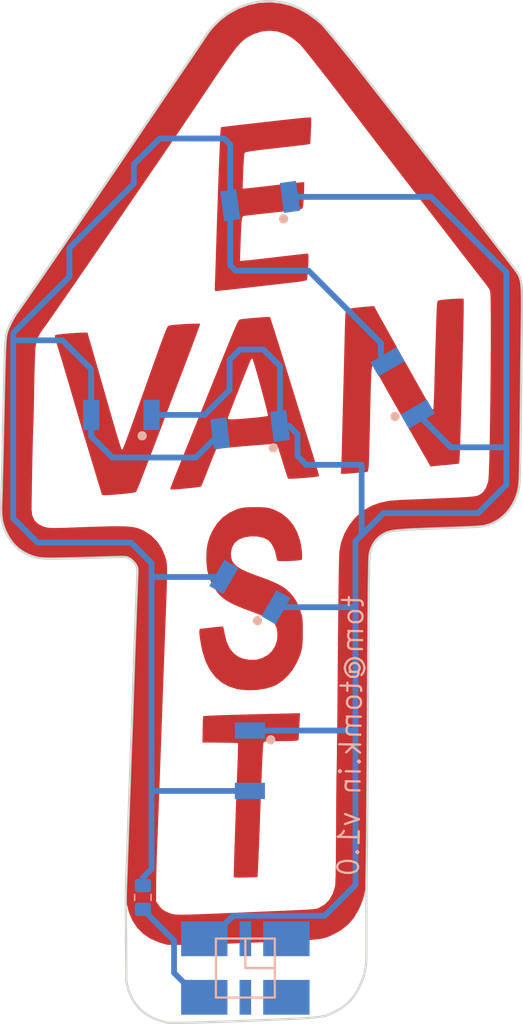
<source format=kicad_pcb>
(kicad_pcb (version 20171130) (host pcbnew 5.1.4+dfsg1-1)

  (general
    (thickness 1.6)
    (drawings 39)
    (tracks 79)
    (zones 0)
    (modules 10)
    (nets 8)
  )

  (page A4)
  (layers
    (0 F.Cu signal)
    (31 B.Cu signal)
    (32 B.Adhes user hide)
    (33 F.Adhes user hide)
    (34 B.Paste user hide)
    (35 F.Paste user hide)
    (36 B.SilkS user)
    (37 F.SilkS user hide)
    (38 B.Mask user hide)
    (39 F.Mask user)
    (40 Dwgs.User user hide)
    (41 Cmts.User user hide)
    (42 Eco1.User user hide)
    (43 Eco2.User user hide)
    (44 Edge.Cuts user)
    (45 Margin user hide)
    (46 B.CrtYd user hide)
    (47 F.CrtYd user hide)
    (48 B.Fab user hide)
    (49 F.Fab user hide)
  )

  (setup
    (last_trace_width 0.25)
    (user_trace_width 0.5)
    (trace_clearance 0.2)
    (zone_clearance 0.508)
    (zone_45_only no)
    (trace_min 0.2)
    (via_size 0.8)
    (via_drill 0.4)
    (via_min_size 0.4)
    (via_min_drill 0.3)
    (uvia_size 0.3)
    (uvia_drill 0.1)
    (uvias_allowed no)
    (uvia_min_size 0.2)
    (uvia_min_drill 0.1)
    (edge_width 0.05)
    (segment_width 0.2)
    (pcb_text_width 0.3)
    (pcb_text_size 1.5 1.5)
    (mod_edge_width 0.12)
    (mod_text_size 1 1)
    (mod_text_width 0.15)
    (pad_size 1.524 1.524)
    (pad_drill 0.762)
    (pad_to_mask_clearance 0.051)
    (solder_mask_min_width 0.25)
    (aux_axis_origin 0 0)
    (visible_elements FFFFFF7F)
    (pcbplotparams
      (layerselection 0x010d0_ffffffff)
      (usegerberextensions false)
      (usegerberattributes false)
      (usegerberadvancedattributes false)
      (creategerberjobfile false)
      (excludeedgelayer true)
      (linewidth 0.100000)
      (plotframeref false)
      (viasonmask false)
      (mode 1)
      (useauxorigin true)
      (hpglpennumber 1)
      (hpglpenspeed 20)
      (hpglpendiameter 15.000000)
      (psnegative false)
      (psa4output false)
      (plotreference true)
      (plotvalue true)
      (plotinvisibletext false)
      (padsonsilk false)
      (subtractmaskfromsilk false)
      (outputformat 1)
      (mirror false)
      (drillshape 0)
      (scaleselection 1)
      (outputdirectory "gerber"))
  )

  (net 0 "")
  (net 1 GND)
  (net 2 +3V3)
  (net 3 "Net-(J1-Pad4)")
  (net 4 "Net-(J1-Pad3)")
  (net 5 "Net-(J1-Pad2)")
  (net 6 "Net-(J1-Pad1)")
  (net 7 /CATHODE)

  (net_class Default "This is the default net class."
    (clearance 0.2)
    (trace_width 0.25)
    (via_dia 0.8)
    (via_drill 0.4)
    (uvia_dia 0.3)
    (uvia_drill 0.1)
    (add_net +3V3)
    (add_net /CATHODE)
    (add_net GND)
    (add_net "Net-(J1-Pad1)")
    (add_net "Net-(J1-Pad2)")
    (add_net "Net-(J1-Pad3)")
    (add_net "Net-(J1-Pad4)")
  )

  (module tom-passives:C_0805_2012Metric_Pad1.15x1.40mm_HandSolder (layer B.Cu) (tedit 5B36C52B) (tstamp 5DD9BC3E)
    (at 34.77 102.54 270)
    (descr "Capacitor SMD 0805 (2012 Metric), square (rectangular) end terminal, IPC_7351 nominal with elongated pad for handsoldering. (Body size source: https://docs.google.com/spreadsheets/d/1BsfQQcO9C6DZCsRaXUlFlo91Tg2WpOkGARC1WS5S8t0/edit?usp=sharing), generated with kicad-footprint-generator")
    (tags "capacitor handsolder")
    (path /5DD9A634)
    (attr smd)
    (fp_text reference R1 (at 0 1.65 90) (layer B.SilkS) hide
      (effects (font (size 1 1) (thickness 0.15)) (justify mirror))
    )
    (fp_text value 220R (at 0 -1.65 90) (layer B.Fab)
      (effects (font (size 1 1) (thickness 0.15)) (justify mirror))
    )
    (fp_text user %R (at 0 0 90) (layer B.Fab)
      (effects (font (size 0.5 0.5) (thickness 0.08)) (justify mirror))
    )
    (fp_line (start 1.85 -0.95) (end -1.85 -0.95) (layer B.CrtYd) (width 0.05))
    (fp_line (start 1.85 0.95) (end 1.85 -0.95) (layer B.CrtYd) (width 0.05))
    (fp_line (start -1.85 0.95) (end 1.85 0.95) (layer B.CrtYd) (width 0.05))
    (fp_line (start -1.85 -0.95) (end -1.85 0.95) (layer B.CrtYd) (width 0.05))
    (fp_line (start -0.261252 -0.71) (end 0.261252 -0.71) (layer B.SilkS) (width 0.12))
    (fp_line (start -0.261252 0.71) (end 0.261252 0.71) (layer B.SilkS) (width 0.12))
    (fp_line (start 1 -0.6) (end -1 -0.6) (layer B.Fab) (width 0.1))
    (fp_line (start 1 0.6) (end 1 -0.6) (layer B.Fab) (width 0.1))
    (fp_line (start -1 0.6) (end 1 0.6) (layer B.Fab) (width 0.1))
    (fp_line (start -1 -0.6) (end -1 0.6) (layer B.Fab) (width 0.1))
    (pad 2 smd roundrect (at 1.025 0 270) (size 1.15 1.4) (layers B.Cu B.Paste B.Mask) (roundrect_rratio 0.217391)
      (net 1 GND))
    (pad 1 smd roundrect (at -1.025 0 270) (size 1.15 1.4) (layers B.Cu B.Paste B.Mask) (roundrect_rratio 0.217391)
      (net 7 /CATHODE))
    (model ${KISYS3DMOD}/Capacitor_SMD.3dshapes/C_0805_2012Metric.wrl
      (at (xyz 0 0 0))
      (scale (xyz 1 1 1))
      (rotate (xyz 0 0 0))
    )
  )

  (module tom-connectors:PinSocket_2x03_P2.54mm_Vertical_SMD_SAO (layer B.Cu) (tedit 5DD6EEA2) (tstamp 5DD9BEC8)
    (at 43.61 108.62 90)
    (descr "surface-mounted straight socket strip, 2x03, 2.54mm pitch, double cols (from Kicad 4.0.7), script generated")
    (tags "Surface mounted socket strip SMD 2x03 2.54mm double row")
    (path /5DD94260)
    (attr smd)
    (fp_text reference J1 (at 0 5.31 90) (layer B.SilkS) hide
      (effects (font (size 1 1) (thickness 0.15)) (justify mirror))
    )
    (fp_text value Conn_02x03_Odd_Even (at 0 -5.31 90) (layer B.Fab)
      (effects (font (size 1 1) (thickness 0.15)) (justify mirror))
    )
    (fp_line (start 0 0) (end 2.54 0) (layer B.SilkS) (width 0.2))
    (fp_line (start 0 2.54) (end 0 0) (layer B.SilkS) (width 0.2))
    (fp_line (start 2.54 2.54) (end 2.54 -2.54) (layer B.SilkS) (width 0.2))
    (fp_line (start -2.54 2.54) (end -2.54 -2.54) (layer B.SilkS) (width 0.2))
    (fp_line (start -2.54 2.54) (end 2.54 2.54) (layer B.SilkS) (width 0.2))
    (fp_line (start -2.54 -2.54) (end 2.54 -2.54) (layer B.SilkS) (width 0.2))
    (fp_text user %R (at 0 0 180) (layer B.Fab)
      (effects (font (size 1 1) (thickness 0.15)) (justify mirror))
    )
    (fp_line (start -4.55 -4.3) (end -4.55 4.35) (layer B.CrtYd) (width 0.05))
    (fp_line (start 4.5 -4.3) (end -4.55 -4.3) (layer B.CrtYd) (width 0.05))
    (fp_line (start 4.5 4.35) (end 4.5 -4.3) (layer B.CrtYd) (width 0.05))
    (fp_line (start -4.55 4.35) (end 4.5 4.35) (layer B.CrtYd) (width 0.05))
    (fp_line (start 3.92 -2.86) (end 2.54 -2.86) (layer B.Fab) (width 0.1))
    (fp_line (start 3.92 -2.22) (end 3.92 -2.86) (layer B.Fab) (width 0.1))
    (fp_line (start 2.54 -2.22) (end 3.92 -2.22) (layer B.Fab) (width 0.1))
    (fp_line (start -3.92 -2.86) (end -3.92 -2.22) (layer B.Fab) (width 0.1))
    (fp_line (start -2.54 -2.86) (end -3.92 -2.86) (layer B.Fab) (width 0.1))
    (fp_line (start -3.92 -2.22) (end -2.54 -2.22) (layer B.Fab) (width 0.1))
    (fp_line (start 3.92 -0.32) (end 2.54 -0.32) (layer B.Fab) (width 0.1))
    (fp_line (start 3.92 0.32) (end 3.92 -0.32) (layer B.Fab) (width 0.1))
    (fp_line (start 2.54 0.32) (end 3.92 0.32) (layer B.Fab) (width 0.1))
    (fp_line (start -3.92 -0.32) (end -3.92 0.32) (layer B.Fab) (width 0.1))
    (fp_line (start -2.54 -0.32) (end -3.92 -0.32) (layer B.Fab) (width 0.1))
    (fp_line (start -3.92 0.32) (end -2.54 0.32) (layer B.Fab) (width 0.1))
    (fp_line (start 3.92 2.22) (end 2.54 2.22) (layer B.Fab) (width 0.1))
    (fp_line (start 3.92 2.86) (end 3.92 2.22) (layer B.Fab) (width 0.1))
    (fp_line (start 2.54 2.86) (end 3.92 2.86) (layer B.Fab) (width 0.1))
    (fp_line (start -3.92 2.22) (end -3.92 2.86) (layer B.Fab) (width 0.1))
    (fp_line (start -2.54 2.22) (end -3.92 2.22) (layer B.Fab) (width 0.1))
    (fp_line (start -3.92 2.86) (end -2.54 2.86) (layer B.Fab) (width 0.1))
    (fp_line (start -2.54 -3.81) (end -2.54 3.81) (layer B.Fab) (width 0.1))
    (fp_line (start 2.54 2.81) (end 2.54 -3.81) (layer B.Fab) (width 0.1))
    (fp_line (start 1.54 3.81) (end 2.54 2.81) (layer B.Fab) (width 0.1))
    (fp_line (start -2.54 3.81) (end 1.54 3.81) (layer B.Fab) (width 0.1))
    (pad 6 smd rect (at -2.52 -3.54 90) (size 3 4) (layers B.Cu B.Paste B.Mask)
      (net 1 GND))
    (pad 5 smd rect (at 2.52 -3.54 90) (size 3 4) (layers B.Cu B.Paste B.Mask)
      (net 2 +3V3))
    (pad 4 smd rect (at -2.52 0 90) (size 3 1) (layers B.Cu B.Paste B.Mask)
      (net 3 "Net-(J1-Pad4)"))
    (pad 3 smd rect (at 2.52 0 90) (size 3 1) (layers B.Cu B.Paste B.Mask)
      (net 4 "Net-(J1-Pad3)"))
    (pad 2 smd rect (at -2.52 3.54 90) (size 3 4) (layers B.Cu B.Paste B.Mask)
      (net 5 "Net-(J1-Pad2)"))
    (pad 1 smd rect (at 2.52 3.54 90) (size 3 4) (layers B.Cu B.Paste B.Mask)
      (net 6 "Net-(J1-Pad1)"))
    (model ${KISYS3DMOD}/Connector_PinSocket_2.54mm.3dshapes/PinSocket_2x03_P2.54mm_Vertical_SMD.wrl
      (at (xyz 0 0 0))
      (scale (xyz 1 1 1))
      (rotate (xyz 0 0 0))
    )
  )

  (module east-van-arrow:east-van-arrow-mask-invert (layer F.Cu) (tedit 0) (tstamp 5DD9BC02)
    (at 45 66.06)
    (path /5DD93FCA)
    (fp_text reference H2 (at 0 0) (layer F.SilkS) hide
      (effects (font (size 1.524 1.524) (thickness 0.3)))
    )
    (fp_text value Mask (at 0.75 0) (layer F.SilkS) hide
      (effects (font (size 1.524 1.524) (thickness 0.3)))
    )
    (fp_poly (pts (xy -0.769036 -9.893063) (xy -0.719474 -9.764606) (xy -0.639954 -9.517238) (xy -0.536237 -9.172176)
      (xy -0.414086 -8.750635) (xy -0.279264 -8.273831) (xy -0.137531 -7.76298) (xy 0.00535 -7.239298)
      (xy 0.143616 -6.724001) (xy 0.271505 -6.238305) (xy 0.383256 -5.803426) (xy 0.473105 -5.44058)
      (xy 0.535292 -5.170982) (xy 0.564054 -5.01585) (xy 0.563448 -4.986915) (xy 0.468973 -4.96038)
      (xy 0.249671 -4.92554) (xy -0.06621 -4.885184) (xy -0.450424 -4.8421) (xy -0.874725 -4.799078)
      (xy -1.310865 -4.758905) (xy -1.730599 -4.72437) (xy -2.105679 -4.698262) (xy -2.40786 -4.683369)
      (xy -2.53567 -4.680967) (xy -2.768308 -4.687923) (xy -2.880237 -4.716843) (xy -2.903901 -4.779802)
      (xy -2.896473 -4.815257) (xy -2.853508 -4.939772) (xy -2.761935 -5.18533) (xy -2.630188 -5.530493)
      (xy -2.466703 -5.953823) (xy -2.279916 -6.433884) (xy -2.078262 -6.949239) (xy -1.870177 -7.47845)
      (xy -1.664096 -8.00008) (xy -1.468454 -8.492692) (xy -1.291687 -8.934849) (xy -1.14223 -9.305113)
      (xy -1.028519 -9.582049) (xy -0.958989 -9.744217) (xy -0.947409 -9.768448) (xy -0.855942 -9.913745)
      (xy -0.792612 -9.926022) (xy -0.769036 -9.893063)) (layer F.Mask) (width 0.01))
    (fp_poly (pts (xy 22.407251 -28.392749) (xy 22.407126 -27.03705) (xy 22.406761 -25.723604) (xy 22.406168 -24.460559)
      (xy 22.405361 -23.256061) (xy 22.404355 -22.118259) (xy 22.403161 -21.0553) (xy 22.401795 -20.075332)
      (xy 22.400268 -19.186502) (xy 22.398596 -18.396957) (xy 22.39679 -17.714846) (xy 22.394866 -17.148315)
      (xy 22.392835 -16.705512) (xy 22.390713 -16.394585) (xy 22.388511 -16.223681) (xy 22.387042 -16.191541)
      (xy 22.359799 -16.259185) (xy 22.311094 -16.433326) (xy 22.271144 -16.594372) (xy 22.170245 -16.904003)
      (xy 22.027658 -17.213961) (xy 21.96522 -17.320025) (xy 21.890245 -17.423147) (xy 21.727199 -17.638605)
      (xy 21.482673 -17.957935) (xy 21.163261 -18.372672) (xy 20.775557 -18.874353) (xy 20.326153 -19.454512)
      (xy 19.821643 -20.104686) (xy 19.26862 -20.816409) (xy 18.673678 -21.581218) (xy 18.043408 -22.390649)
      (xy 17.384406 -23.236236) (xy 16.703263 -24.109515) (xy 16.006574 -25.002023) (xy 15.300931 -25.905294)
      (xy 14.592927 -26.810864) (xy 13.889156 -27.710269) (xy 13.196212 -28.595044) (xy 12.520686 -29.456726)
      (xy 11.869173 -30.286849) (xy 11.375207 -30.91551) (xy 10.977877 -31.421121) (xy 10.595446 -31.90819)
      (xy 10.242293 -32.358372) (xy 9.932797 -32.753322) (xy 9.681337 -33.074696) (xy 9.502294 -33.304149)
      (xy 9.438671 -33.386105) (xy 9.011706 -33.934824) (xy 8.558639 -34.510793) (xy 8.090751 -35.100186)
      (xy 7.619323 -35.689177) (xy 7.155636 -36.263937) (xy 6.71097 -36.810642) (xy 6.296606 -37.315463)
      (xy 5.923824 -37.764574) (xy 5.603907 -38.144148) (xy 5.348133 -38.440358) (xy 5.167784 -38.639378)
      (xy 5.091948 -38.713897) (xy 4.267602 -39.35567) (xy 3.456081 -39.856795) (xy 2.638469 -40.226781)
      (xy 1.795851 -40.475138) (xy 1.458006 -40.540808) (xy 1.510154 -40.54472) (xy 1.707233 -40.548645)
      (xy 2.040701 -40.552546) (xy 2.502015 -40.55639) (xy 3.082632 -40.56014) (xy 3.774008 -40.563763)
      (xy 4.567602 -40.567221) (xy 5.454871 -40.570482) (xy 6.427271 -40.573508) (xy 7.47626 -40.576266)
      (xy 8.593295 -40.57872) (xy 9.769833 -40.580835) (xy 10.997331 -40.582575) (xy 11.836707 -40.583507)
      (xy 22.407251 -40.593957) (xy 22.407251 -28.392749)) (layer F.Mask) (width 0.01))
    (fp_poly (pts (xy -11.261178 -40.587701) (xy -9.730656 -40.586738) (xy -8.346799 -40.585601) (xy -7.1028 -40.58421)
      (xy -5.99185 -40.582489) (xy -5.007141 -40.58036) (xy -4.141863 -40.577745) (xy -3.389209 -40.574567)
      (xy -2.742369 -40.570748) (xy -2.194537 -40.566209) (xy -1.738902 -40.560874) (xy -1.368657 -40.554664)
      (xy -1.076993 -40.547502) (xy -0.857102 -40.539311) (xy -0.702175 -40.530011) (xy -0.605404 -40.519526)
      (xy -0.55998 -40.507779) (xy -0.559095 -40.49469) (xy -0.59594 -40.480183) (xy -0.652266 -40.466587)
      (xy -1.553771 -40.197477) (xy -2.419573 -39.789926) (xy -3.229419 -39.258186) (xy -3.963057 -38.616511)
      (xy -4.600235 -37.879153) (xy -4.859182 -37.505842) (xy -5.002375 -37.287386) (xy -5.219575 -36.961569)
      (xy -5.497863 -36.547513) (xy -5.824319 -36.06434) (xy -6.186024 -35.531172) (xy -6.570057 -34.967132)
      (xy -6.95895 -34.397987) (xy -7.750797 -33.240393) (xy -8.474949 -32.179808) (xy -9.151189 -31.187138)
      (xy -9.799299 -30.233289) (xy -10.439064 -29.289167) (xy -11.090266 -28.325679) (xy -11.393877 -27.875714)
      (xy -11.702407 -27.419374) (xy -12.068358 -26.880043) (xy -12.48489 -26.267681) (xy -12.945166 -25.592253)
      (xy -13.442347 -24.863719) (xy -13.969593 -24.092042) (xy -14.520067 -23.287183) (xy -15.08693 -22.459105)
      (xy -15.663342 -21.617771) (xy -16.242466 -20.773141) (xy -16.817463 -19.935179) (xy -17.381494 -19.113845)
      (xy -17.92772 -18.319103) (xy -18.449303 -17.560914) (xy -18.939405 -16.849241) (xy -19.391186 -16.194045)
      (xy -19.797808 -15.605289) (xy -20.152433 -15.092934) (xy -20.448221 -14.666943) (xy -20.678334 -14.337278)
      (xy -20.835934 -14.113901) (xy -20.914181 -14.006774) (xy -20.915982 -14.004532) (xy -21.15089 -13.672876)
      (xy -21.39979 -13.251634) (xy -21.632686 -12.797894) (xy -21.819581 -12.368746) (xy -21.903817 -12.124471)
      (xy -21.967818 -11.807421) (xy -22.018158 -11.344642) (xy -22.054148 -10.743327) (xy -22.065274 -10.436254)
      (xy -22.079462 -9.940676) (xy -22.096223 -9.311996) (xy -22.115089 -8.570552) (xy -22.13559 -7.736687)
      (xy -22.157254 -6.830739) (xy -22.179613 -5.873051) (xy -22.202197 -4.883963) (xy -22.224535 -3.883814)
      (xy -22.246158 -2.892947) (xy -22.266596 -1.931701) (xy -22.285379 -1.020418) (xy -22.301053 -0.230211)
      (xy -22.313719 0.382202) (xy -22.326868 0.944291) (xy -22.33996 1.438017) (xy -22.352452 1.845336)
      (xy -22.363805 2.148206) (xy -22.373478 2.328587) (xy -22.379071 2.372457) (xy -22.381438 2.299453)
      (xy -22.383752 2.079101) (xy -22.386005 1.717525) (xy -22.38819 1.220853) (xy -22.390297 0.595208)
      (xy -22.39232 -0.153282) (xy -22.394249 -1.018493) (xy -22.396078 -1.994298) (xy -22.397798 -3.074572)
      (xy -22.399401 -4.253189) (xy -22.400878 -5.524023) (xy -22.402222 -6.88095) (xy -22.403426 -8.317842)
      (xy -22.40448 -9.828575) (xy -22.405377 -11.407023) (xy -22.406108 -13.047059) (xy -22.406666 -14.74256)
      (xy -22.407043 -16.487397) (xy -22.40723 -18.275447) (xy -22.40725 -19.094763) (xy -22.40725 -40.593957)
      (xy -11.261178 -40.587701)) (layer F.Mask) (width 0.01))
    (fp_poly (pts (xy 1.243845 -38.110425) (xy 1.916 -37.920296) (xy 2.563861 -37.586016) (xy 3.1768 -37.109646)
      (xy 3.292086 -36.999649) (xy 3.428948 -36.849746) (xy 3.649093 -36.589392) (xy 3.943108 -36.230453)
      (xy 4.30158 -35.784795) (xy 4.715095 -35.264287) (xy 5.174242 -34.680794) (xy 5.669607 -34.046183)
      (xy 6.191776 -33.372321) (xy 6.731338 -32.671076) (xy 6.893139 -32.459819) (xy 7.432012 -31.755642)
      (xy 7.951896 -31.076595) (xy 8.443874 -30.434303) (xy 8.899031 -29.840394) (xy 9.308449 -29.306495)
      (xy 9.663212 -28.844232) (xy 9.954401 -28.465231) (xy 10.173101 -28.18112) (xy 10.310395 -28.003525)
      (xy 10.335989 -27.970695) (xy 10.437411 -27.840338) (xy 10.625004 -27.598326) (xy 10.891163 -27.254494)
      (xy 11.228286 -26.81868) (xy 11.628767 -26.30072) (xy 12.085004 -25.710453) (xy 12.589393 -25.057716)
      (xy 13.134329 -24.352345) (xy 13.712208 -23.604177) (xy 14.315428 -22.82305) (xy 14.725351 -22.292145)
      (xy 15.343423 -21.491913) (xy 15.942949 -20.716287) (xy 16.516129 -19.975321) (xy 17.055165 -19.27907)
      (xy 17.55226 -18.637589) (xy 17.999615 -18.060931) (xy 18.389431 -17.559151) (xy 18.713911 -17.142304)
      (xy 18.965257 -16.820443) (xy 19.135669 -16.603624) (xy 19.198675 -16.524608) (xy 19.407147 -16.255027)
      (xy 19.583321 -16.005412) (xy 19.699344 -15.816085) (xy 19.722923 -15.765614) (xy 19.740154 -15.64164)
      (xy 19.754406 -15.376799) (xy 19.765803 -14.983665) (xy 19.774469 -14.474812) (xy 19.780526 -13.862817)
      (xy 19.784099 -13.160253) (xy 19.78531 -12.379697) (xy 19.784285 -11.533723) (xy 19.781146 -10.634905)
      (xy 19.776017 -9.69582) (xy 19.769022 -8.729041) (xy 19.760284 -7.747144) (xy 19.749927 -6.762705)
      (xy 19.738075 -5.788297) (xy 19.724851 -4.836496) (xy 19.710378 -3.919877) (xy 19.694781 -3.051015)
      (xy 19.678183 -2.242485) (xy 19.660708 -1.506862) (xy 19.642479 -0.85672) (xy 19.62362 -0.304636)
      (xy 19.604255 0.136817) (xy 19.584507 0.455063) (xy 19.564499 0.637527) (xy 19.561516 0.652266)
      (xy 19.39146 1.164012) (xy 19.14481 1.55111) (xy 18.825598 1.807467) (xy 18.782505 1.829204)
      (xy 18.682538 1.871143) (xy 18.563418 1.906673) (xy 18.408667 1.937261) (xy 18.201808 1.964373)
      (xy 17.926365 1.989474) (xy 17.565859 2.014032) (xy 17.103814 2.039512) (xy 16.523752 2.067381)
      (xy 15.809196 2.099105) (xy 15.69275 2.104141) (xy 15.004128 2.13359) (xy 14.318737 2.162408)
      (xy 13.662959 2.189522) (xy 13.063179 2.213857) (xy 12.545778 2.234341) (xy 12.137142 2.249898)
      (xy 11.932629 2.257191) (xy 11.017447 2.332738) (xy 10.212844 2.49764) (xy 9.500026 2.758691)
      (xy 8.860196 3.122683) (xy 8.304571 3.568412) (xy 7.768212 4.155885) (xy 7.323269 4.828877)
      (xy 6.986804 5.554167) (xy 6.775878 6.298536) (xy 6.725145 6.643724) (xy 6.714229 6.807434)
      (xy 6.703248 7.084744) (xy 6.692161 7.478869) (xy 6.680926 7.993022) (xy 6.6695 8.630419)
      (xy 6.657842 9.394274) (xy 6.64591 10.2878) (xy 6.633662 11.314212) (xy 6.621056 12.476725)
      (xy 6.608051 13.778552) (xy 6.594603 15.222907) (xy 6.580673 16.813006) (xy 6.566216 18.552062)
      (xy 6.560203 19.299396) (xy 6.552517 20.211799) (xy 6.54419 21.107887) (xy 6.535425 21.971077)
      (xy 6.526425 22.784787) (xy 6.517392 23.532434) (xy 6.50853 24.197436) (xy 6.500041 24.763209)
      (xy 6.492128 25.213171) (xy 6.484995 25.530739) (xy 6.483222 25.591843) (xy 6.476092 25.892762)
      (xy 6.469027 26.327792) (xy 6.462197 26.877566) (xy 6.455768 27.522721) (xy 6.449909 28.243892)
      (xy 6.444788 29.021715) (xy 6.440573 29.836826) (xy 6.437433 30.669858) (xy 6.436615 30.963444)
      (xy 6.43297 31.856122) (xy 6.426839 32.680651) (xy 6.418453 33.424988) (xy 6.40804 34.077092)
      (xy 6.395833 34.624919) (xy 6.38206 35.056427) (xy 6.366952 35.359574) (xy 6.350739 35.522318)
      (xy 6.349314 35.529305) (xy 6.151602 36.15935) (xy 5.862092 36.669922) (xy 5.475112 37.068584)
      (xy 4.984988 37.362895) (xy 4.967453 37.370712) (xy 4.914861 37.394803) (xy 4.86707 37.416161)
      (xy 4.814851 37.435322) (xy 4.748976 37.452825) (xy 4.660218 37.469207) (xy 4.539349 37.485005)
      (xy 4.37714 37.500757) (xy 4.164365 37.517) (xy 3.891795 37.534272) (xy 3.550203 37.553111)
      (xy 3.13036 37.574053) (xy 2.623039 37.597637) (xy 2.019013 37.6244) (xy 1.309053 37.654879)
      (xy 0.483931 37.689611) (xy -0.465579 37.729136) (xy -1.548707 37.773989) (xy -2.77468 37.824709)
      (xy -2.95438 37.832148) (xy -3.888754 37.870751) (xy -4.682747 37.903031) (xy -5.349321 37.92902)
      (xy -5.901439 37.948747) (xy -6.352063 37.962244) (xy -6.714153 37.969541) (xy -7.000674 37.970671)
      (xy -7.224586 37.965662) (xy -7.398852 37.954548) (xy -7.536433 37.937357) (xy -7.650292 37.914122)
      (xy -7.753392 37.884873) (xy -7.858693 37.849641) (xy -7.875376 37.843878) (xy -8.264978 37.686515)
      (xy -8.548607 37.50882) (xy -8.773195 37.277248) (xy -8.882471 37.124032) (xy -9.093353 36.804058)
      (xy -9.08415 35.303388) (xy -9.077811 34.786657) (xy -9.065087 34.160917) (xy -9.047183 33.470444)
      (xy -9.025307 32.759515) (xy -9.000665 32.072408) (xy -8.986801 31.730816) (xy -8.969862 31.320634)
      (xy -8.948081 30.773873) (xy -8.922093 30.107329) (xy -8.892532 29.3378) (xy -8.860033 28.482082)
      (xy -8.825229 27.556972) (xy -8.788755 26.579268) (xy -8.751246 25.565766) (xy -8.713335 24.533263)
      (xy -8.675657 23.498556) (xy -8.669482 23.328097) (xy -8.662523 23.136254) (xy -5.088205 23.136254)
      (xy -3.574246 23.148456) (xy -3.108441 23.153804) (xy -2.697335 23.161561) (xy -2.36474 23.171027)
      (xy -2.134466 23.181503) (xy -2.030325 23.192291) (xy -2.027072 23.193874) (xy -2.021015 23.276335)
      (xy -2.020937 23.491732) (xy -2.026402 23.81966) (xy -2.036978 24.239716) (xy -2.05223 24.731494)
      (xy -2.070922 25.253575) (xy -2.126965 26.737846) (xy -2.177916 28.108978) (xy -2.223642 29.363026)
      (xy -2.264015 30.496048) (xy -2.298902 31.504099) (xy -2.328173 32.383236) (xy -2.351697 33.129513)
      (xy -2.369344 33.738988) (xy -2.380983 34.207716) (xy -2.386483 34.531753) (xy -2.385713 34.707156)
      (xy -2.384832 34.723565) (xy -2.307103 34.755031) (xy -2.085753 34.771385) (xy -1.729925 34.772283)
      (xy -1.362242 34.761934) (xy -0.345317 34.723565) (xy -0.294938 33.879456) (xy -0.283214 33.651455)
      (xy -0.266842 33.286189) (xy -0.24645 32.799777) (xy -0.222668 32.208339) (xy -0.196123 31.527994)
      (xy -0.167445 30.774861) (xy -0.137261 29.965058) (xy -0.106201 29.114705) (xy -0.074892 28.239921)
      (xy -0.073511 28.200907) (xy -0.042478 27.349409) (xy -0.011237 26.540306) (xy 0.019574 25.787153)
      (xy 0.049318 25.103507) (xy 0.077357 24.502922) (xy 0.103053 23.998957) (xy 0.125769 23.605166)
      (xy 0.144868 23.335107) (xy 0.159711 23.202334) (xy 0.161975 23.193807) (xy 0.190262 23.131329)
      (xy 0.2363 23.085973) (xy 0.322463 23.054865) (xy 0.471125 23.035131) (xy 0.70466 23.023897)
      (xy 1.045443 23.018291) (xy 1.515847 23.015438) (xy 1.552028 23.015277) (xy 2.103623 23.011347)
      (xy 2.519627 23.00448) (xy 2.817909 22.993754) (xy 3.016339 22.978246) (xy 3.132787 22.957031)
      (xy 3.183536 22.930985) (xy 3.195241 22.84969) (xy 3.211974 22.642428) (xy 3.231874 22.33655)
      (xy 3.253077 21.959408) (xy 3.2631 21.762535) (xy 3.319416 20.619028) (xy 0.873152 20.675627)
      (xy -0.306025 20.703745) (xy -1.363124 20.730682) (xy -2.294231 20.756305) (xy -3.095436 20.780482)
      (xy -3.762824 20.803079) (xy -4.292485 20.823964) (xy -4.680506 20.843005) (xy -4.922973 20.860068)
      (xy -5.015976 20.875021) (xy -5.016293 20.875306) (xy -5.030733 20.961386) (xy -5.045063 21.172717)
      (xy -5.05794 21.481082) (xy -5.068019 21.858263) (xy -5.071005 22.024536) (xy -5.088205 23.136254)
      (xy -8.662523 23.136254) (xy -8.630828 22.262639) (xy -8.591135 21.172928) (xy -8.551132 20.078743)
      (xy -8.51155 18.999868) (xy -8.473118 17.956084) (xy -8.436566 16.967173) (xy -8.402623 16.052916)
      (xy -8.372019 15.233096) (xy -8.345485 14.527495) (xy -8.324142 13.966163) (xy -8.311322 13.630488)
      (xy -5.356356 13.630488) (xy -5.332211 13.959302) (xy -5.269108 14.397728) (xy -5.168152 14.933126)
      (xy -5.129253 15.117221) (xy -4.880579 15.98593) (xy -4.537206 16.734055) (xy -4.100679 17.360559)
      (xy -3.572542 17.864407) (xy -2.95434 18.244562) (xy -2.247617 18.499988) (xy -1.453918 18.629647)
      (xy -0.574787 18.632504) (xy 0.015705 18.569678) (xy 0.667319 18.430803) (xy 1.225857 18.205482)
      (xy 1.736052 17.871273) (xy 2.151908 17.498043) (xy 2.494315 17.133142) (xy 2.74889 16.799768)
      (xy 2.955275 16.443984) (xy 3.012772 16.326812) (xy 3.212194 15.89142) (xy 3.357769 15.522919)
      (xy 3.457682 15.181265) (xy 3.52012 14.826413) (xy 3.553272 14.418321) (xy 3.565323 13.916943)
      (xy 3.565997 13.620846) (xy 3.563338 13.147734) (xy 3.554635 12.793093) (xy 3.535769 12.521932)
      (xy 3.502621 12.299259) (xy 3.451072 12.090082) (xy 3.377004 11.859411) (xy 3.349206 11.779154)
      (xy 3.16564 11.300369) (xy 2.977395 10.921988) (xy 2.755752 10.592839) (xy 2.538037 10.33384)
      (xy 2.268084 10.063062) (xy 1.96636 9.822338) (xy 1.610381 9.599449) (xy 1.177665 9.382176)
      (xy 0.645728 9.1583) (xy -0.007912 8.915602) (xy -0.187938 8.852309) (xy -0.886534 8.596416)
      (xy -1.447316 8.359966) (xy -1.883075 8.132844) (xy -2.206599 7.904937) (xy -2.430677 7.666129)
      (xy -2.568096 7.406306) (xy -2.631647 7.115352) (xy -2.639539 6.913323) (xy -2.568288 6.428922)
      (xy -2.372282 6.031477) (xy -2.055776 5.724817) (xy -1.623023 5.512767) (xy -1.078279 5.399154)
      (xy -0.943137 5.387704) (xy -0.331474 5.397958) (xy 0.185271 5.512091) (xy 0.595984 5.727619)
      (xy 0.603984 5.733665) (xy 0.831157 5.978049) (xy 1.035591 6.328011) (xy 1.193306 6.735662)
      (xy 1.267992 7.059819) (xy 1.313621 7.285721) (xy 1.365171 7.448652) (xy 1.384043 7.482624)
      (xy 1.478669 7.506186) (xy 1.690564 7.517678) (xy 1.984113 7.518518) (xy 2.323706 7.510125)
      (xy 2.67373 7.493917) (xy 2.998572 7.471314) (xy 3.26262 7.443733) (xy 3.430262 7.412594)
      (xy 3.461712 7.399859) (xy 3.499028 7.29818) (xy 3.508528 7.080613) (xy 3.493004 6.78166)
      (xy 3.455248 6.435825) (xy 3.398052 6.07761) (xy 3.329047 5.760392) (xy 3.075092 5.025187)
      (xy 2.713722 4.378421) (xy 2.255552 3.832783) (xy 1.7112 3.400959) (xy 1.102544 3.099753)
      (xy 0.841235 3.008085) (xy 0.617983 2.945704) (xy 0.391729 2.907049) (xy 0.121415 2.886561)
      (xy -0.234018 2.878678) (xy -0.53716 2.87768) (xy -0.993473 2.881678) (xy -1.337206 2.896718)
      (xy -1.609118 2.927428) (xy -1.84997 2.978434) (xy -2.100522 3.054361) (xy -2.103967 3.055514)
      (xy -2.784422 3.361875) (xy -3.378824 3.792954) (xy -3.877888 4.340573) (xy -4.245354 4.941313)
      (xy -4.495181 5.513937) (xy -4.654925 6.067235) (xy -4.737467 6.658734) (xy -4.756569 7.22437)
      (xy -4.717929 7.989037) (xy -4.596326 8.656101) (xy -4.379703 9.264076) (xy -4.055999 9.851472)
      (xy -3.833521 10.172191) (xy -3.593086 10.456535) (xy -3.303561 10.715549) (xy -2.946699 10.959624)
      (xy -2.504255 11.199148) (xy -1.957985 11.444511) (xy -1.289641 11.706102) (xy -0.87626 11.856094)
      (xy -0.224583 12.09836) (xy 0.29219 12.319578) (xy 0.688725 12.533113) (xy 0.979684 12.752331)
      (xy 1.179732 12.990596) (xy 1.303533 13.261273) (xy 1.365749 13.577727) (xy 1.381209 13.913606)
      (xy 1.312394 14.471576) (xy 1.117323 14.962648) (xy 0.812835 15.375412) (xy 0.415765 15.698458)
      (xy -0.057047 15.920377) (xy -0.588766 16.029756) (xy -1.162554 16.015188) (xy -1.584995 15.923717)
      (xy -2.087869 15.700789) (xy -2.500336 15.356695) (xy -2.823594 14.889825) (xy -3.058843 14.298574)
      (xy -3.175012 13.791421) (xy -3.227665 13.506643) (xy -3.27478 13.286065) (xy -3.307856 13.16865)
      (xy -3.312766 13.160144) (xy -3.39787 13.155685) (xy -3.604214 13.168975) (xy -3.900913 13.197447)
      (xy -4.257084 13.238531) (xy -4.260585 13.238965) (xy -4.62639 13.283257) (xy -4.94187 13.319437)
      (xy -5.172718 13.343704) (xy -5.28336 13.352266) (xy -5.340441 13.423928) (xy -5.356356 13.630488)
      (xy -8.311322 13.630488) (xy -8.281906 12.860351) (xy -8.2456 11.896908) (xy -8.215088 11.064852)
      (xy -8.190229 10.353199) (xy -8.170885 9.750963) (xy -8.156917 9.247162) (xy -8.148187 8.830811)
      (xy -8.144556 8.490927) (xy -8.145885 8.216525) (xy -8.152036 7.996622) (xy -8.16287 7.820233)
      (xy -8.178247 7.676374) (xy -8.19803 7.554063) (xy -8.222079 7.442313) (xy -8.240795 7.366768)
      (xy -8.497383 6.64059) (xy -8.868774 6.001437) (xy -9.345113 5.462242) (xy -9.916543 5.035937)
      (xy -10.090936 4.939236) (xy -10.300533 4.835629) (xy -10.504779 4.748354) (xy -10.717574 4.676603)
      (xy -10.952819 4.619571) (xy -11.224412 4.576449) (xy -11.546253 4.546431) (xy -11.932242 4.52871)
      (xy -12.396278 4.522479) (xy -12.95226 4.52693) (xy -13.614089 4.541258) (xy -14.395663 4.564655)
      (xy -15.310883 4.596314) (xy -15.732912 4.611676) (xy -16.435679 4.636986) (xy -17.003131 4.6557)
      (xy -17.453295 4.667576) (xy -17.804199 4.672371) (xy -18.073871 4.669844) (xy -18.280338 4.659752)
      (xy -18.441628 4.641853) (xy -18.575769 4.615904) (xy -18.700787 4.581664) (xy -18.734144 4.571335)
      (xy -19.195433 4.366195) (xy -19.52837 4.07824) (xy -19.737512 3.701388) (xy -19.827419 3.229562)
      (xy -19.831702 3.107855) (xy -19.831707 2.877359) (xy -19.828548 2.525335) (xy -19.822631 2.071484)
      (xy -19.814356 1.535505) (xy -19.804129 0.937098) (xy -19.79235 0.295962) (xy -19.779425 -0.368204)
      (xy -19.765755 -1.035698) (xy -19.751743 -1.686824) (xy -19.737794 -2.301879) (xy -19.724309 -2.861166)
      (xy -19.711691 -3.344984) (xy -19.700345 -3.733634) (xy -19.690672 -4.007417) (xy -19.683343 -4.143806)
      (xy -19.675012 -4.297918) (xy -19.665 -4.586091) (xy -19.653771 -4.988928) (xy -19.64179 -5.487032)
      (xy -19.629521 -6.061005) (xy -19.61743 -6.691449) (xy -19.60598 -7.358968) (xy -19.605238 -7.405136)
      (xy -19.592719 -8.087461) (xy -19.577649 -8.745236) (xy -19.560739 -9.356971) (xy -19.542702 -9.901178)
      (xy -19.52425 -10.356367) (xy -19.506094 -10.701049) (xy -19.488964 -10.913605) (xy -19.407761 -11.365178)
      (xy -19.265417 -11.772721) (xy -19.237611 -11.823434) (xy -17.807701 -11.823434) (xy -17.767501 -11.616494)
      (xy -17.693111 -11.328669) (xy -17.610219 -11.050151) (xy -17.483646 -10.641507) (xy -17.322628 -10.112828)
      (xy -17.135327 -9.491518) (xy -16.929904 -8.804983) (xy -16.71452 -8.080631) (xy -16.497337 -7.345865)
      (xy -16.286516 -6.628093) (xy -16.090217 -5.95472) (xy -15.99918 -5.640181) (xy -15.847839 -5.120803)
      (xy -15.66946 -4.516525) (xy -15.482392 -3.889058) (xy -15.304983 -3.300113) (xy -15.234835 -3.069486)
      (xy -15.090898 -2.597476) (xy -14.930626 -2.07094) (xy -14.760175 -1.510196) (xy -14.585702 -0.935561)
      (xy -14.413362 -0.367352) (xy -14.249311 0.174113) (xy -14.099705 0.668519) (xy -13.9707 1.095546)
      (xy -13.868451 1.43488) (xy -13.799116 1.666201) (xy -13.769806 1.765732) (xy -13.744366 1.805623)
      (xy -13.680769 1.831233) (xy -13.558512 1.842555) (xy -13.357094 1.839583) (xy -13.056013 1.82231)
      (xy -12.634766 1.790731) (xy -12.320378 1.765289) (xy -11.867443 1.724463) (xy -11.466405 1.681418)
      (xy -11.142751 1.639449) (xy -10.921971 1.601851) (xy -10.83021 1.572668) (xy -10.777654 1.476675)
      (xy -10.699777 1.302174) (xy -7.855583 1.302174) (xy -7.853341 1.326116) (xy -7.84618 1.3367)
      (xy -7.807591 1.350666) (xy -7.716523 1.355367) (xy -7.555387 1.34964) (xy -7.306597 1.332325)
      (xy -6.952565 1.302259) (xy -6.475704 1.258281) (xy -6.062235 1.21887) (xy -5.725389 1.182205)
      (xy -5.447591 1.143902) (xy -5.263048 1.109167) (xy -5.206517 1.088695) (xy -5.165214 1.004371)
      (xy -5.07796 0.798371) (xy -4.95354 0.4924) (xy -4.800737 0.108163) (xy -4.628337 -0.332635)
      (xy -4.564015 -0.498791) (xy -4.385902 -0.955825) (xy -4.2232 -1.365192) (xy -4.084923 -1.704867)
      (xy -3.980084 -1.952823) (xy -3.917695 -2.087033) (xy -3.907598 -2.103012) (xy -3.815224 -2.129312)
      (xy -3.592257 -2.163917) (xy -3.26054 -2.204961) (xy -2.841915 -2.25058) (xy -2.358223 -2.298912)
      (xy -1.831306 -2.348092) (xy -1.283007 -2.396256) (xy -0.735168 -2.441541) (xy -0.20963 -2.482082)
      (xy 0.271765 -2.516015) (xy 0.687174 -2.541477) (xy 1.014756 -2.556604) (xy 1.232669 -2.559531)
      (xy 1.318562 -2.548991) (xy 1.361458 -2.45669) (xy 1.439487 -2.241116) (xy 1.544642 -1.926283)
      (xy 1.668916 -1.536206) (xy 1.804302 -1.094897) (xy 1.812672 -1.067088) (xy 1.94824 -0.623646)
      (xy 2.072822 -0.230129) (xy 2.178485 0.089498) (xy 2.257292 0.311269) (xy 2.301308 0.411218)
      (xy 2.302705 0.412855) (xy 2.393702 0.42554) (xy 2.60629 0.424193) (xy 2.909471 0.411245)
      (xy 3.272249 0.389127) (xy 3.663624 0.360271) (xy 4.0526 0.327107) (xy 4.40818 0.292067)
      (xy 4.699364 0.257582) (xy 4.895156 0.226083) (xy 4.962743 0.204226) (xy 4.949407 0.124662)
      (xy 4.901401 -0.058489) (xy 6.838166 -0.058489) (xy 6.907618 -0.012849) (xy 7.078796 0.004034)
      (xy 7.367753 -0.006437) (xy 7.790543 -0.042858) (xy 7.841775 -0.047972) (xy 8.22592 -0.08544)
      (xy 8.571224 -0.116872) (xy 8.839598 -0.138944) (xy 8.991911 -0.148308) (xy 9.11317 -0.16424)
      (xy 9.181076 -0.230014) (xy 9.219133 -0.384348) (xy 9.23961 -0.556344) (xy 9.249656 -0.712974)
      (xy 9.262142 -1.006207) (xy 9.276574 -1.419202) (xy 9.292461 -1.935115) (xy 9.30931 -2.537104)
      (xy 9.326628 -3.208326) (xy 9.343924 -3.931939) (xy 9.360705 -4.6911) (xy 9.361303 -4.719335)
      (xy 9.382562 -5.6986) (xy 9.402135 -6.534662) (xy 9.42059 -7.237777) (xy 9.438492 -7.818199)
      (xy 9.456407 -8.286186) (xy 9.474902 -8.65199) (xy 9.494543 -8.925869) (xy 9.515896 -9.118076)
      (xy 9.539529 -9.238868) (xy 9.566006 -9.2985) (xy 9.595895 -9.307226) (xy 9.61393 -9.294106)
      (xy 9.667625 -9.228349) (xy 9.747022 -9.10832) (xy 9.861524 -8.917948) (xy 10.02054 -8.641158)
      (xy 10.233473 -8.261877) (xy 10.509731 -7.764031) (xy 10.517239 -7.750453) (xy 10.672961 -7.470042)
      (xy 10.846655 -7.159822) (xy 11.045362 -6.80744) (xy 11.276124 -6.400542) (xy 11.545981 -5.926774)
      (xy 11.861973 -5.373784) (xy 12.231143 -4.729217) (xy 12.66053 -3.980721) (xy 13.157176 -3.115941)
      (xy 13.346049 -2.787245) (xy 14.588676 -0.624944) (xy 14.833764 -0.656461) (xy 15.004896 -0.675388)
      (xy 15.289271 -0.703573) (xy 15.647219 -0.737198) (xy 16.036154 -0.772189) (xy 16.404126 -0.806491)
      (xy 16.714591 -0.839075) (xy 16.936635 -0.866437) (xy 17.039342 -0.885072) (xy 17.04163 -0.886173)
      (xy 17.057437 -0.968041) (xy 17.075648 -1.181581) (xy 17.095055 -1.505036) (xy 17.114452 -1.916648)
      (xy 17.132631 -2.394657) (xy 17.1424 -2.702535) (xy 17.193421 -4.446276) (xy 17.239403 -6.040756)
      (xy 17.280441 -7.490102) (xy 17.316629 -8.798443) (xy 17.348062 -9.969906) (xy 17.374834 -11.008618)
      (xy 17.39704 -11.918708) (xy 17.414774 -12.704302) (xy 17.428131 -13.369529) (xy 17.437205 -13.918516)
      (xy 17.442091 -14.35539) (xy 17.442883 -14.68428) (xy 17.439676 -14.909312) (xy 17.432563 -15.034615)
      (xy 17.425406 -15.065108) (xy 17.332434 -15.079881) (xy 17.121231 -15.080964) (xy 16.826204 -15.070669)
      (xy 16.48176 -15.051305) (xy 16.122306 -15.025184) (xy 15.78225 -14.994615) (xy 15.495998 -14.961909)
      (xy 15.297957 -14.929377) (xy 15.259863 -14.91969) (xy 15.216626 -14.89005) (xy 15.182707 -14.817435)
      (xy 15.15605 -14.682652) (xy 15.1346 -14.466508) (xy 15.1163 -14.149808) (xy 15.099095 -13.71336)
      (xy 15.085561 -13.292192) (xy 15.068185 -12.729165) (xy 15.049568 -12.139878) (xy 15.031193 -11.570316)
      (xy 15.014541 -11.066464) (xy 15.002171 -10.704834) (xy 14.99038 -10.342499) (xy 14.976125 -9.862085)
      (xy 14.960379 -9.298952) (xy 14.944116 -8.688455) (xy 14.928307 -8.065953) (xy 14.918786 -7.673716)
      (xy 14.903763 -7.126328) (xy 14.886231 -6.626764) (xy 14.867247 -6.196375) (xy 14.847867 -5.856511)
      (xy 14.829147 -5.628523) (xy 14.812981 -5.535085) (xy 14.752683 -5.549311) (xy 14.630228 -5.700307)
      (xy 14.444966 -5.988997) (xy 14.217246 -6.379194) (xy 13.954214 -6.843899) (xy 13.645598 -7.390617)
      (xy 13.301315 -8.001661) (xy 12.931282 -8.659344) (xy 12.545419 -9.345978) (xy 12.153642 -10.043875)
      (xy 11.76587 -10.735349) (xy 11.392022 -11.402711) (xy 11.042014 -12.028274) (xy 10.725765 -12.594351)
      (xy 10.453192 -13.083254) (xy 10.234214 -13.477295) (xy 10.078749 -13.758788) (xy 10.056632 -13.799144)
      (xy 9.707251 -14.437865) (xy 9.093354 -14.38969) (xy 8.514899 -14.338084) (xy 8.030142 -14.282157)
      (xy 7.653792 -14.224197) (xy 7.400558 -14.166491) (xy 7.285149 -14.111325) (xy 7.282981 -14.108231)
      (xy 7.267472 -14.01177) (xy 7.250217 -13.782464) (xy 7.232163 -13.440924) (xy 7.214258 -13.007754)
      (xy 7.197449 -12.503565) (xy 7.182683 -11.948961) (xy 7.181627 -11.903423) (xy 7.166943 -11.278165)
      (xy 7.149035 -10.540224) (xy 7.128928 -9.730335) (xy 7.107646 -8.889231) (xy 7.086213 -8.057645)
      (xy 7.065652 -7.276311) (xy 7.059862 -7.059819) (xy 7.039786 -6.304672) (xy 7.018499 -5.490188)
      (xy 6.997021 -4.656421) (xy 6.976375 -3.843422) (xy 6.957584 -3.091242) (xy 6.941669 -2.439935)
      (xy 6.937455 -2.263746) (xy 6.92324 -1.714231) (xy 6.908118 -1.215242) (xy 6.89289 -0.787282)
      (xy 6.878356 -0.450857) (xy 6.865314 -0.226469) (xy 6.854566 -0.134624) (xy 6.854386 -0.13429)
      (xy 6.838166 -0.058489) (xy 4.901401 -0.058489) (xy 4.894385 -0.085256) (xy 4.802381 -0.409582)
      (xy 4.678096 -0.832375) (xy 4.526234 -1.337691) (xy 4.351497 -1.909587) (xy 4.158587 -2.532119)
      (xy 4.106264 -2.699568) (xy 3.863755 -3.475744) (xy 3.597857 -4.329194) (xy 3.321131 -5.219442)
      (xy 3.046138 -6.106013) (xy 2.785439 -6.948431) (xy 2.551595 -7.706219) (xy 2.443546 -8.057402)
      (xy 2.152876 -9.001393) (xy 1.88045 -9.882231) (xy 1.629341 -10.690177) (xy 1.402622 -11.415492)
      (xy 1.203367 -12.048439) (xy 1.03465 -12.579278) (xy 0.899542 -12.998272) (xy 0.801119 -13.295682)
      (xy 0.742452 -13.46177) (xy 0.727697 -13.494257) (xy 0.643265 -13.500124) (xy 0.437128 -13.492924)
      (xy 0.140256 -13.475221) (xy -0.21638 -13.449579) (xy -0.601808 -13.418562) (xy -0.985059 -13.384736)
      (xy -1.335161 -13.350664) (xy -1.621144 -13.318911) (xy -1.812036 -13.29204) (xy -1.868026 -13.279336)
      (xy -1.904815 -13.25846) (xy -1.946816 -13.214781) (xy -1.998351 -13.138293) (xy -2.063743 -13.018991)
      (xy -2.147316 -12.846871) (xy -2.253392 -12.611927) (xy -2.386294 -12.304154) (xy -2.550345 -11.913549)
      (xy -2.749867 -11.430105) (xy -2.989184 -10.843817) (xy -3.272619 -10.144682) (xy -3.604495 -9.322694)
      (xy -3.975096 -8.402719) (xy -4.27229 -7.664933) (xy -4.610573 -6.825922) (xy -4.97339 -5.926696)
      (xy -5.344186 -5.008269) (xy -5.706405 -4.11165) (xy -6.043491 -3.277853) (xy -6.220929 -2.839275)
      (xy -6.572936 -1.969351) (xy -6.871549 -1.23078) (xy -7.121006 -0.612673) (xy -7.325544 -0.104141)
      (xy -7.489402 0.305706) (xy -7.616817 0.627755) (xy -7.712027 0.872897) (xy -7.779271 1.052021)
      (xy -7.822787 1.176016) (xy -7.846812 1.25577) (xy -7.855583 1.302174) (xy -10.699777 1.302174)
      (xy -10.683113 1.264835) (xy -10.558394 0.96504) (xy -10.415306 0.605182) (xy -10.359314 0.460423)
      (xy -10.181256 -0.00281) (xy -9.971133 -0.548449) (xy -9.752341 -1.115793) (xy -9.548276 -1.644146)
      (xy -9.501558 -1.764954) (xy -9.358999 -2.135056) (xy -9.173043 -2.620232) (xy -8.954555 -3.191999)
      (xy -8.714404 -3.821871) (xy -8.463454 -4.481361) (xy -8.212574 -5.141986) (xy -8.096422 -5.448338)
      (xy -7.837957 -6.130085) (xy -7.564261 -6.851381) (xy -7.288395 -7.577848) (xy -7.023418 -8.275111)
      (xy -6.782392 -8.908791) (xy -6.578378 -9.444511) (xy -6.522087 -9.592145) (xy -6.195311 -10.451088)
      (xy -5.916945 -11.187531) (xy -5.688293 -11.79795) (xy -5.51066 -12.278821) (xy -5.38535 -12.626623)
      (xy -5.313665 -12.83783) (xy -5.295807 -12.90584) (xy -5.366934 -12.92236) (xy -5.561445 -12.927381)
      (xy -5.849809 -12.922459) (xy -6.202491 -12.909148) (xy -6.589959 -12.889004) (xy -6.982679 -12.863581)
      (xy -7.351119 -12.834433) (xy -7.665745 -12.803116) (xy -7.897024 -12.771184) (xy -7.91467 -12.767972)
      (xy -7.955412 -12.761246) (xy -7.992406 -12.751395) (xy -8.029263 -12.729195) (xy -8.069597 -12.68542)
      (xy -8.117019 -12.610847) (xy -8.175142 -12.496249) (xy -8.247578 -12.332403) (xy -8.337939 -12.110082)
      (xy -8.449839 -11.820064) (xy -8.586889 -11.453121) (xy -8.752702 -11.000031) (xy -8.950889 -10.451567)
      (xy -9.185064 -9.798505) (xy -9.458839 -9.03162) (xy -9.775826 -8.141687) (xy -10.139638 -7.119482)
      (xy -10.270118 -6.75287) (xy -10.604369 -5.814138) (xy -10.891212 -5.009723) (xy -11.134541 -4.329296)
      (xy -11.338253 -3.762528) (xy -11.506243 -3.299091) (xy -11.642405 -2.928656) (xy -11.750637 -2.640894)
      (xy -11.834832 -2.425476) (xy -11.898886 -2.272075) (xy -11.946695 -2.170361) (xy -11.982154 -2.110005)
      (xy -12.009159 -2.080679) (xy -12.031604 -2.072054) (xy -12.035504 -2.071903) (xy -12.078918 -2.144666)
      (xy -12.158936 -2.357271) (xy -12.272902 -2.701191) (xy -12.418159 -3.167902) (xy -12.59205 -3.748877)
      (xy -12.791918 -4.43559) (xy -13.003891 -5.179758) (xy -13.067679 -5.404106) (xy -13.168343 -5.756041)
      (xy -13.300178 -6.215702) (xy -13.457474 -6.763228) (xy -13.634525 -7.378758) (xy -13.825624 -8.04243)
      (xy -14.025062 -8.734384) (xy -14.106466 -9.016616) (xy -15.014115 -12.16284) (xy -15.66038 -12.140232)
      (xy -16.1015 -12.119516) (xy -16.544611 -12.089456) (xy -16.961484 -12.052988) (xy -17.323888 -12.013044)
      (xy -17.603595 -11.97256) (xy -17.772375 -11.93447) (xy -17.806403 -11.917178) (xy -17.807701 -11.823434)
      (xy -19.237611 -11.823434) (xy -19.041723 -12.180697) (xy -18.716469 -12.633571) (xy -18.694473 -12.661631)
      (xy -18.6084 -12.779) (xy -18.441356 -13.014563) (xy -18.199147 -13.359929) (xy -17.887581 -13.806709)
      (xy -17.512467 -14.346511) (xy -17.079611 -14.970945) (xy -16.594821 -15.671621) (xy -16.40409 -15.947713)
      (xy -4.024899 -15.947713) (xy -4.003519 -15.780679) (xy -3.95387 -15.731118) (xy -3.850376 -15.739324)
      (xy -3.621085 -15.762079) (xy -3.292692 -15.796587) (xy -2.891891 -15.840054) (xy -2.525294 -15.880715)
      (xy -2.013639 -15.938189) (xy -1.401436 -16.007237) (xy -0.740615 -16.081984) (xy -0.083107 -16.156557)
      (xy 0.498792 -16.222761) (xy 1.054991 -16.286142) (xy 1.618566 -16.350323) (xy 2.151102 -16.410931)
      (xy 2.614181 -16.463595) (xy 2.969387 -16.503942) (xy 3.013977 -16.509001) (xy 3.357356 -16.554485)
      (xy 3.644121 -16.604706) (xy 3.839768 -16.652868) (xy 3.90717 -16.684931) (xy 3.934674 -16.787767)
      (xy 3.964888 -17.013991) (xy 3.994707 -17.333628) (xy 4.02103 -17.716703) (xy 4.028861 -17.860574)
      (xy 4.049093 -18.29372) (xy 4.057584 -18.596331) (xy 4.053017 -18.790989) (xy 4.034075 -18.90028)
      (xy 3.999441 -18.946786) (xy 3.965074 -18.954078) (xy 3.862267 -18.946889) (xy 3.641078 -18.924916)
      (xy 3.296152 -18.887554) (xy 2.822138 -18.8342) (xy 2.213683 -18.764246) (xy 1.465433 -18.677089)
      (xy 0.572038 -18.572123) (xy 0.230212 -18.53179) (xy -0.209463 -18.48108) (xy -0.648218 -18.432576)
      (xy -1.036177 -18.391667) (xy -1.323464 -18.363743) (xy -1.331316 -18.363046) (xy -1.856892 -18.316647)
      (xy -1.808842 -19.767236) (xy -1.791042 -20.262) (xy -1.771323 -20.739041) (xy -1.751325 -21.163258)
      (xy -1.732688 -21.499548) (xy -1.718919 -21.692562) (xy -1.690373 -21.955093) (xy -1.651073 -22.10303)
      (xy -1.582487 -22.175057) (xy -1.471604 -22.208751) (xy -1.344625 -22.227219) (xy -1.086123 -22.259158)
      (xy -0.717224 -22.302158) (xy -0.259058 -22.353813) (xy 0.26725 -22.411713) (xy 0.840571 -22.473451)
      (xy 0.993001 -22.489652) (xy 1.572609 -22.552577) (xy 2.108411 -22.613586) (xy 2.579743 -22.670102)
      (xy 2.965939 -22.719549) (xy 3.246333 -22.75935) (xy 3.40026 -22.786928) (xy 3.417408 -22.791926)
      (xy 3.494729 -22.835472) (xy 3.547409 -22.916166) (xy 3.583444 -23.064377) (xy 3.610828 -23.310474)
      (xy 3.63262 -23.6094) (xy 3.654926 -23.985173) (xy 3.672196 -24.350014) (xy 3.681833 -24.645707)
      (xy 3.682987 -24.739134) (xy 3.683384 -25.11422) (xy 3.088671 -25.060381) (xy 2.841209 -25.035726)
      (xy 2.471538 -24.99594) (xy 2.009804 -24.944414) (xy 1.486151 -24.884538) (xy 0.930724 -24.8197)
      (xy 0.613898 -24.782112) (xy 0.084177 -24.719706) (xy -0.402825 -24.663899) (xy -0.823833 -24.617233)
      (xy -1.155567 -24.58225) (xy -1.37475 -24.561493) (xy -1.449255 -24.556786) (xy -1.632347 -24.555891)
      (xy -1.576491 -26.032122) (xy -1.555855 -26.498945) (xy -1.531735 -26.917663) (xy -1.506082 -27.262283)
      (xy -1.480843 -27.506813) (xy -1.457967 -27.625259) (xy -1.456894 -27.627455) (xy -1.409762 -27.664091)
      (xy -1.29891 -27.701737) (xy -1.111051 -27.742435) (xy -0.832899 -27.788225) (xy -0.451166 -27.841146)
      (xy 0.047434 -27.903239) (xy 0.676187 -27.976544) (xy 1.202669 -28.035822) (xy 1.825757 -28.105792)
      (xy 2.407128 -28.1721) (xy 2.9274 -28.232456) (xy 3.367191 -28.284573) (xy 3.707119 -28.326161)
      (xy 3.927802 -28.354931) (xy 4.001914 -28.36641) (xy 4.205338 -28.407734) (xy 4.260754 -29.516275)
      (xy 4.277157 -29.913726) (xy 4.284698 -30.255194) (xy 4.28325 -30.51207) (xy 4.272685 -30.655744)
      (xy 4.265918 -30.675069) (xy 4.227187 -30.682737) (xy 4.128451 -30.682007) (xy 3.961183 -30.671992)
      (xy 3.716857 -30.651805) (xy 3.386944 -30.620559) (xy 2.962917 -30.577368) (xy 2.436249 -30.521345)
      (xy 1.798412 -30.451603) (xy 1.04088 -30.367255) (xy 0.155124 -30.267414) (xy -0.867383 -30.151194)
      (xy -1.834334 -30.040707) (xy -2.318063 -29.984425) (xy -2.747527 -29.932726) (xy -3.100311 -29.888451)
      (xy -3.354 -29.854441) (xy -3.486179 -29.833537) (xy -3.499912 -29.829594) (xy -3.512388 -29.744384)
      (xy -3.529058 -29.516188) (xy -3.549514 -29.155423) (xy -3.57335 -28.672509) (xy -3.600159 -28.077864)
      (xy -3.629533 -27.381906) (xy -3.661066 -26.595054) (xy -3.694351 -25.727728) (xy -3.72898 -24.790344)
      (xy -3.764546 -23.793322) (xy -3.800643 -22.747081) (xy -3.836863 -21.662039) (xy -3.872799 -20.548614)
      (xy -3.908045 -19.417225) (xy -3.912809 -19.261027) (xy -3.932408 -18.630122) (xy -3.951975 -18.024902)
      (xy -3.970696 -17.468714) (xy -3.987761 -16.984906) (xy -4.002355 -16.596826) (xy -4.013667 -16.327821)
      (xy -4.017623 -16.249093) (xy -4.024899 -15.947713) (xy -16.40409 -15.947713) (xy -16.063904 -16.440147)
      (xy -15.492669 -17.268133) (xy -14.886923 -18.14719) (xy -14.252473 -19.068925) (xy -13.595127 -20.024949)
      (xy -13.223719 -20.565559) (xy -12.381711 -21.791574) (xy -11.619716 -22.901246) (xy -10.930824 -23.904717)
      (xy -10.308123 -24.812127) (xy -9.744702 -25.633618) (xy -9.233649 -26.379332) (xy -8.768054 -27.05941)
      (xy -8.341005 -27.683993) (xy -7.94559 -28.263224) (xy -7.574898 -28.807242) (xy -7.222019 -29.32619)
      (xy -6.88004 -29.83021) (xy -6.542051 -30.329442) (xy -6.201139 -30.834029) (xy -5.850394 -31.354111)
      (xy -5.482905 -31.89983) (xy -5.091759 -32.481327) (xy -4.670046 -33.108745) (xy -4.281129 -33.687613)
      (xy -3.754141 -34.469353) (xy -3.300968 -35.133795) (xy -2.911922 -35.692409) (xy -2.577316 -36.156667)
      (xy -2.287462 -36.538041) (xy -2.032672 -36.848001) (xy -1.803259 -37.09802) (xy -1.589535 -37.299568)
      (xy -1.381813 -37.464116) (xy -1.170404 -37.603136) (xy -0.945621 -37.7281) (xy -0.812128 -37.795314)
      (xy -0.130845 -38.049995) (xy 0.558021 -38.154345) (xy 1.243845 -38.110425)) (layer F.Mask) (width 0.01))
    (fp_poly (pts (xy 22.380499 -12.04471) (xy 22.382653 -11.823403) (xy 22.384757 -11.459687) (xy 22.386806 -10.959095)
      (xy 22.388793 -10.327161) (xy 22.390713 -9.569417) (xy 22.392558 -8.691396) (xy 22.394323 -7.698631)
      (xy 22.396003 -6.596655) (xy 22.39759 -5.391001) (xy 22.399079 -4.087202) (xy 22.400463 -2.69079)
      (xy 22.401737 -1.207299) (xy 22.402895 0.357739) (xy 22.40393 1.99879) (xy 22.404837 3.710322)
      (xy 22.405608 5.486802) (xy 22.406239 7.322697) (xy 22.406723 9.212474) (xy 22.407054 11.150599)
      (xy 22.407226 13.131542) (xy 22.407251 14.221954) (xy 22.407251 40.593958) (xy 8.383535 40.579763)
      (xy 6.935721 40.578177) (xy 5.533672 40.576406) (xy 4.184686 40.574469) (xy 2.896059 40.572384)
      (xy 1.67509 40.570173) (xy 0.529076 40.567853) (xy -0.534685 40.565445) (xy -1.508896 40.562968)
      (xy -2.386258 40.560441) (xy -3.159475 40.557883) (xy -3.821248 40.555315) (xy -4.36428 40.552756)
      (xy -4.781273 40.550225) (xy -5.064931 40.547741) (xy -5.207954 40.545324) (xy -5.218127 40.543545)
      (xy -5.049617 40.535826) (xy -4.746763 40.523087) (xy -4.328588 40.506084) (xy -3.814113 40.485574)
      (xy -3.222361 40.462314) (xy -2.572352 40.437058) (xy -1.88311 40.410565) (xy -1.649849 40.401662)
      (xy -0.469391 40.356731) (xy 0.568516 40.316848) (xy 1.47467 40.280908) (xy 2.25987 40.247809)
      (xy 2.934918 40.216444) (xy 3.510611 40.18571) (xy 3.997748 40.154503) (xy 4.40713 40.121717)
      (xy 4.749556 40.086249) (xy 5.035824 40.046995) (xy 5.276734 40.002849) (xy 5.483086 39.952708)
      (xy 5.665679 39.895466) (xy 5.835311 39.830021) (xy 6.002783 39.755266) (xy 6.178894 39.670099)
      (xy 6.354856 39.583065) (xy 7.050317 39.166186) (xy 7.629982 38.65418) (xy 8.106714 38.034023)
      (xy 8.388052 37.524472) (xy 8.649099 36.935342) (xy 8.8284 36.403543) (xy 8.941551 35.867753)
      (xy 9.004151 35.26665) (xy 9.01577 35.056622) (xy 9.023886 34.815302) (xy 9.03229 34.433554)
      (xy 9.040992 33.910468) (xy 9.049997 33.245134) (xy 9.059314 32.436644) (xy 9.06895 31.484086)
      (xy 9.078912 30.386552) (xy 9.089208 29.143132) (xy 9.099846 27.752916) (xy 9.110832 26.214994)
      (xy 9.122174 24.528457) (xy 9.13388 22.692395) (xy 9.145956 20.705899) (xy 9.158411 18.568058)
      (xy 9.171252 16.277963) (xy 9.175718 15.462538) (xy 9.184049 14.07077) (xy 9.193268 12.787489)
      (xy 9.203306 11.61736) (xy 9.214097 10.565045) (xy 9.225571 9.635209) (xy 9.237662 8.832517)
      (xy 9.250301 8.161632) (xy 9.263422 7.627219) (xy 9.276956 7.233941) (xy 9.290835 6.986464)
      (xy 9.299944 6.906345) (xy 9.48404 6.292234) (xy 9.784109 5.777497) (xy 10.198567 5.364289)
      (xy 10.626517 5.100848) (xy 10.786825 5.032178) (xy 10.974642 4.972996) (xy 11.20425 4.921942)
      (xy 11.489933 4.877654) (xy 11.845974 4.838771) (xy 12.286658 4.803932) (xy 12.826266 4.771775)
      (xy 13.479082 4.740939) (xy 14.259391 4.710063) (xy 15.002115 4.683838) (xy 15.883876 4.653663)
      (xy 16.626193 4.627549) (xy 17.243017 4.604626) (xy 17.7483 4.584025) (xy 18.155994 4.564877)
      (xy 18.480049 4.54631) (xy 18.734417 4.527457) (xy 18.933049 4.507446) (xy 19.089896 4.485409)
      (xy 19.218911 4.460476) (xy 19.334043 4.431776) (xy 19.414502 4.408787) (xy 20.07926 4.134742)
      (xy 20.675781 3.733136) (xy 21.191923 3.219263) (xy 21.615543 2.608419) (xy 21.934499 1.915897)
      (xy 22.13665 1.156993) (xy 22.170302 0.937512) (xy 22.182913 0.768482) (xy 22.196145 0.45889)
      (xy 22.209753 0.021647) (xy 22.223497 -0.530337) (xy 22.237133 -1.184152) (xy 22.25042 -1.926888)
      (xy 22.263114 -2.745634) (xy 22.274973 -3.62748) (xy 22.285756 -4.559516) (xy 22.295218 -5.528832)
      (xy 22.29814 -5.870393) (xy 22.306417 -6.833114) (xy 22.314982 -7.75099) (xy 22.323686 -8.612526)
      (xy 22.332382 -9.40623) (xy 22.340922 -10.120608) (xy 22.349159 -10.744167) (xy 22.356946 -11.265414)
      (xy 22.364134 -11.672856) (xy 22.370578 -11.955) (xy 22.376128 -12.100352) (xy 22.378301 -12.118076)
      (xy 22.380499 -12.04471)) (layer F.Mask) (width 0.01))
    (fp_poly (pts (xy -22.288925 4.138265) (xy -22.275255 4.17429) (xy -22.261768 4.220544) (xy -21.978246 5.007675)
      (xy -21.588712 5.685318) (xy -21.095446 6.251162) (xy -20.500729 6.702895) (xy -19.806842 7.038204)
      (xy -19.337764 7.184099) (xy -19.211999 7.21244) (xy -19.069107 7.235878) (xy -18.897623 7.254374)
      (xy -18.686084 7.267886) (xy -18.423026 7.276376) (xy -18.096985 7.279803) (xy -17.696496 7.278128)
      (xy -17.210097 7.271309) (xy -16.626322 7.259308) (xy -15.933709 7.242084) (xy -15.120793 7.219596)
      (xy -14.17611 7.191806) (xy -13.220573 7.162745) (xy -11.592507 7.112723) (xy -11.292411 7.311317)
      (xy -11.062084 7.501407) (xy -10.86091 7.728215) (xy -10.821066 7.786999) (xy -10.750384 7.911503)
      (xy -10.704362 8.034573) (xy -10.679745 8.188761) (xy -10.673276 8.406619) (xy -10.6817 8.720698)
      (xy -10.695842 9.039143) (xy -10.708804 9.332315) (xy -10.725805 9.745728) (xy -10.746303 10.264336)
      (xy -10.769762 10.873094) (xy -10.795641 11.556956) (xy -10.823401 12.300875) (xy -10.852503 13.089807)
      (xy -10.882409 13.908705) (xy -10.912579 14.742523) (xy -10.942474 15.576215) (xy -10.971555 16.394736)
      (xy -10.999283 17.18304) (xy -11.025119 17.92608) (xy -11.048524 18.608812) (xy -11.068959 19.216188)
      (xy -11.085884 19.733163) (xy -11.098761 20.144692) (xy -11.10705 20.435728) (xy -11.110212 20.591225)
      (xy -11.110193 20.603928) (xy -11.112963 20.713386) (xy -11.121631 20.958211) (xy -11.135484 21.320437)
      (xy -11.153807 21.782099) (xy -11.175888 22.325231) (xy -11.201011 22.931868) (xy -11.228464 23.584045)
      (xy -11.230629 23.635046) (xy -11.300688 25.289781) (xy -11.364027 26.798339) (xy -11.42086 28.16786)
      (xy -11.471398 29.405486) (xy -11.515856 30.518356) (xy -11.554445 31.513612) (xy -11.587378 32.398393)
      (xy -11.614869 33.17984) (xy -11.63713 33.865095) (xy -11.654374 34.461297) (xy -11.666814 34.975587)
      (xy -11.674662 35.415105) (xy -11.678132 35.786993) (xy -11.677436 36.09839) (xy -11.672787 36.356438)
      (xy -11.664398 36.568276) (xy -11.652481 36.741046) (xy -11.63725 36.881888) (xy -11.627438 36.948943)
      (xy -11.428781 37.770505) (xy -11.115137 38.498502) (xy -10.690239 39.127007) (xy -10.157819 39.650094)
      (xy -9.745619 39.936943) (xy -9.389992 40.120565) (xy -8.95892 40.299184) (xy -8.520268 40.447364)
      (xy -8.141904 40.539664) (xy -8.134139 40.54098) (xy -8.181194 40.545683) (xy -8.371513 40.550395)
      (xy -8.694883 40.555053) (xy -9.141093 40.559596) (xy -9.699933 40.563963) (xy -10.361191 40.568091)
      (xy -11.114656 40.57192) (xy -11.950116 40.575387) (xy -12.85736 40.57843) (xy -13.826177 40.580988)
      (xy -14.846356 40.583) (xy -15.174773 40.583508) (xy -22.40725 40.593958) (xy -22.402634 22.157855)
      (xy -22.402108 20.173238) (xy -22.401536 18.336552) (xy -22.400873 16.642256) (xy -22.400076 15.084807)
      (xy -22.399102 13.658662) (xy -22.397906 12.358279) (xy -22.396445 11.178116) (xy -22.394676 10.112629)
      (xy -22.392555 9.156278) (xy -22.390039 8.303518) (xy -22.387083 7.548808) (xy -22.383646 6.886605)
      (xy -22.379682 6.311366) (xy -22.375149 5.81755) (xy -22.370004 5.399614) (xy -22.364201 5.052015)
      (xy -22.357699 4.76921) (xy -22.350453 4.545658) (xy -22.34242 4.375816) (xy -22.333556 4.254141)
      (xy -22.323818 4.175091) (xy -22.313163 4.133123) (xy -22.301546 4.122696) (xy -22.288925 4.138265)) (layer F.Mask) (width 0.01))
  )

  (module east-van-arrow:east-van-arrow-copper (layer F.Cu) (tedit 0) (tstamp 5DD9BCD0)
    (at 45 66.06)
    (path /5DD93D41)
    (fp_text reference H1 (at 0 0) (layer F.Cu) hide
      (effects (font (size 1.524 1.524) (thickness 0.3)))
    )
    (fp_text value Copper (at 0.75 0) (layer F.Cu) hide
      (effects (font (size 1.524 1.524) (thickness 0.3)))
    )
    (fp_poly (pts (xy 4.237378 -30.682036) (xy 4.265918 -30.675069) (xy 4.280146 -30.584387) (xy 4.285206 -30.369122)
      (xy 4.281226 -30.057882) (xy 4.268333 -29.679277) (xy 4.260754 -29.516275) (xy 4.205338 -28.407734)
      (xy 4.001914 -28.36641) (xy 3.878908 -28.348267) (xy 3.622727 -28.315661) (xy 3.252753 -28.27088)
      (xy 2.788367 -28.216215) (xy 2.248951 -28.153953) (xy 1.653888 -28.086383) (xy 1.202669 -28.035822)
      (xy 0.474575 -27.953424) (xy -0.114034 -27.883671) (xy -0.576447 -27.824522) (xy -0.925949 -27.773937)
      (xy -1.175827 -27.729877) (xy -1.339368 -27.690301) (xy -1.429857 -27.653169) (xy -1.456894 -27.627455)
      (xy -1.479596 -27.516178) (xy -1.504761 -27.277483) (xy -1.53044 -26.937363) (xy -1.554686 -26.521813)
      (xy -1.575548 -26.056826) (xy -1.576491 -26.032122) (xy -1.632347 -24.555891) (xy -1.449255 -24.556786)
      (xy -1.324049 -24.565907) (xy -1.069776 -24.591058) (xy -0.709712 -24.629696) (xy -0.267136 -24.679279)
      (xy 0.234673 -24.737265) (xy 0.613898 -24.782112) (xy 1.17395 -24.848255) (xy 1.719279 -24.911354)
      (xy 2.219741 -24.96802) (xy 2.645189 -25.014863) (xy 2.96548 -25.048493) (xy 3.088671 -25.060381)
      (xy 3.683384 -25.11422) (xy 3.682987 -24.739134) (xy 3.677543 -24.492467) (xy 3.663321 -24.150962)
      (xy 3.642918 -23.772836) (xy 3.63262 -23.6094) (xy 3.606351 -23.259462) (xy 3.57804 -23.032514)
      (xy 3.539692 -22.898187) (xy 3.483312 -22.826111) (xy 3.417408 -22.791926) (xy 3.301015 -22.768074)
      (xy 3.052597 -22.731306) (xy 2.692819 -22.6842) (xy 2.242349 -22.629332) (xy 1.721851 -22.569278)
      (xy 1.151992 -22.506615) (xy 0.993001 -22.489652) (xy 0.411007 -22.427316) (xy -0.129405 -22.368199)
      (xy -0.607109 -22.314708) (xy -1.000976 -22.269253) (xy -1.289879 -22.234241) (xy -1.45269 -22.212079)
      (xy -1.471604 -22.208751) (xy -1.585853 -22.173244) (xy -1.652986 -22.099038) (xy -1.691537 -21.947451)
      (xy -1.718919 -21.692562) (xy -1.735056 -21.460714) (xy -1.753971 -21.110557) (xy -1.774027 -20.677194)
      (xy -1.793584 -20.195727) (xy -1.808842 -19.767236) (xy -1.856892 -18.316647) (xy -1.331316 -18.363046)
      (xy -1.048593 -18.390401) (xy -0.663399 -18.430935) (xy -0.22561 -18.479259) (xy 0.214899 -18.529984)
      (xy 0.230212 -18.53179) (xy 1.174772 -18.643023) (xy 1.972345 -18.736238) (xy 2.628282 -18.812041)
      (xy 3.147937 -18.871037) (xy 3.536662 -18.913831) (xy 3.799811 -18.941029) (xy 3.942734 -18.953235)
      (xy 3.965074 -18.954078) (xy 4.011502 -18.938135) (xy 4.041313 -18.87525) (xy 4.055826 -18.74284)
      (xy 4.056356 -18.518319) (xy 4.044222 -18.179104) (xy 4.028861 -17.860574) (xy 4.0045 -17.462346)
      (xy 3.975554 -17.117038) (xy 3.945125 -16.854625) (xy 3.916317 -16.705084) (xy 3.90717 -16.684931)
      (xy 3.807668 -16.643182) (xy 3.589852 -16.594017) (xy 3.288223 -16.544232) (xy 3.013977 -16.509001)
      (xy 2.679764 -16.471049) (xy 2.231483 -16.420075) (xy 1.70755 -16.360453) (xy 1.146382 -16.296552)
      (xy 0.586395 -16.232747) (xy 0.498792 -16.222761) (xy -0.562606 -16.10202) (xy -1.474366 -15.998848)
      (xy -2.23928 -15.912938) (xy -2.860141 -15.843982) (xy -3.33974 -15.79167) (xy -3.680869 -15.755695)
      (xy -3.886321 -15.735748) (xy -3.95387 -15.731118) (xy -4.004822 -15.784591) (xy -4.025124 -15.956214)
      (xy -4.017623 -16.249093) (xy -4.008137 -16.453992) (xy -3.994985 -16.788951) (xy -3.978982 -17.230624)
      (xy -3.960939 -17.755663) (xy -3.941668 -18.34072) (xy -3.921983 -18.962448) (xy -3.912809 -19.261027)
      (xy -3.87769 -20.394069) (xy -3.841824 -21.510578) (xy -3.805619 -22.600135) (xy -3.769481 -23.652322)
      (xy -3.733818 -24.65672) (xy -3.699036 -25.602911) (xy -3.665543 -26.480476) (xy -3.633745 -27.278997)
      (xy -3.60405 -27.988054) (xy -3.576865 -28.59723) (xy -3.552597 -29.096106) (xy -3.531652 -29.474262)
      (xy -3.514438 -29.721282) (xy -3.501362 -29.826745) (xy -3.499912 -29.829594) (xy -3.420309 -29.844715)
      (xy -3.210596 -29.874032) (xy -2.893186 -29.914704) (xy -2.490496 -29.96389) (xy -2.024939 -30.018749)
      (xy -1.834334 -30.040707) (xy -0.690837 -30.171314) (xy 0.308772 -30.284801) (xy 1.173023 -30.382053)
      (xy 1.910441 -30.463957) (xy 2.529555 -30.5314) (xy 3.038892 -30.585269) (xy 3.446979 -30.62645)
      (xy 3.762344 -30.655831) (xy 3.993513 -30.674297) (xy 4.149016 -30.682737) (xy 4.237378 -30.682036)) (layer F.Cu) (width 0.01))
    (fp_poly (pts (xy 17.411307 -15.07129) (xy 17.425406 -15.065108) (xy 17.435165 -15.0064) (xy 17.441084 -14.850819)
      (xy 17.443069 -14.594237) (xy 17.441027 -14.232526) (xy 17.434861 -13.761559) (xy 17.424477 -13.177209)
      (xy 17.409782 -12.475347) (xy 17.390681 -11.651846) (xy 17.367079 -10.702578) (xy 17.338881 -9.623417)
      (xy 17.305993 -8.410233) (xy 17.268322 -7.058901) (xy 17.225771 -5.565291) (xy 17.178247 -3.925276)
      (xy 17.1424 -2.702535) (xy 17.125523 -2.195272) (xy 17.106707 -1.741424) (xy 17.087161 -1.362749)
      (xy 17.068091 -1.081006) (xy 17.050705 -0.917954) (xy 17.04163 -0.886173) (xy 16.950856 -0.86847)
      (xy 16.738036 -0.841733) (xy 16.434085 -0.809466) (xy 16.069918 -0.775175) (xy 16.036154 -0.772189)
      (xy 15.644411 -0.73694) (xy 15.28686 -0.703341) (xy 15.003173 -0.67521) (xy 14.833764 -0.656461)
      (xy 14.588676 -0.624944) (xy 13.346049 -2.787245) (xy 12.82448 -3.695156) (xy 12.372607 -4.482507)
      (xy 11.983389 -5.161651) (xy 11.649786 -5.744944) (xy 11.364756 -6.244737) (xy 11.121258 -6.673385)
      (xy 10.912251 -7.043241) (xy 10.730695 -7.366657) (xy 10.569549 -7.655989) (xy 10.517239 -7.750453)
      (xy 10.239341 -8.251351) (xy 10.024994 -8.633297) (xy 9.864792 -8.912365) (xy 9.749328 -9.104629)
      (xy 9.669197 -9.226161) (xy 9.614993 -9.293037) (xy 9.61393 -9.294106) (xy 9.581931 -9.308932)
      (xy 9.553654 -9.278473) (xy 9.528532 -9.192476) (xy 9.505999 -9.040684) (xy 9.48549 -8.812842)
      (xy 9.466437 -8.498696) (xy 9.448274 -8.087989) (xy 9.430435 -7.570467) (xy 9.412353 -6.935874)
      (xy 9.393463 -6.173955) (xy 9.373198 -5.274456) (xy 9.361303 -4.719335) (xy 9.34455 -3.959193)
      (xy 9.327264 -3.233982) (xy 9.309938 -2.560546) (xy 9.293063 -1.955727) (xy 9.277133 -1.436368)
      (xy 9.262639 -1.019311) (xy 9.250073 -0.721398) (xy 9.239929 -0.559473) (xy 9.23961 -0.556344)
      (xy 9.208402 -0.321116) (xy 9.163074 -0.200358) (xy 9.080122 -0.155354) (xy 8.991911 -0.148308)
      (xy 8.836904 -0.138742) (xy 8.567347 -0.116534) (xy 8.22133 -0.085007) (xy 7.841775 -0.047972)
      (xy 7.47806 -0.016347) (xy 7.172868 0.00071) (xy 6.956774 0.002166) (xy 6.860354 -0.013012)
      (xy 6.858848 -0.01477) (xy 6.850297 -0.126249) (xy 6.854386 -0.13429) (xy 6.865082 -0.22337)
      (xy 6.878087 -0.445389) (xy 6.8926 -0.779843) (xy 6.907822 -1.206226) (xy 6.922953 -1.704036)
      (xy 6.937194 -2.252769) (xy 6.937455 -2.263746) (xy 6.952263 -2.875397) (xy 6.970267 -3.600413)
      (xy 6.990444 -4.398741) (xy 7.011772 -5.230329) (xy 7.033229 -6.055124) (xy 7.053792 -6.833076)
      (xy 7.059862 -7.059819) (xy 7.079965 -7.818368) (xy 7.101246 -8.639274) (xy 7.12268 -9.481804)
      (xy 7.143243 -10.305223) (xy 7.161911 -11.068798) (xy 7.177661 -11.731796) (xy 7.181627 -11.903423)
      (xy 7.19619 -12.461143) (xy 7.212872 -12.970084) (xy 7.230725 -13.409639) (xy 7.248801 -13.759201)
      (xy 7.266155 -13.998161) (xy 7.281837 -14.105912) (xy 7.282981 -14.108231) (xy 7.389888 -14.163178)
      (xy 7.635479 -14.220799) (xy 8.005046 -14.278806) (xy 8.483878 -14.334915) (xy 9.057266 -14.386837)
      (xy 9.093354 -14.38969) (xy 9.707251 -14.437865) (xy 10.056632 -13.799144) (xy 10.198526 -13.541714)
      (xy 10.40587 -13.168279) (xy 10.668748 -12.696525) (xy 10.97724 -12.14414) (xy 11.32143 -11.528813)
      (xy 11.691399 -10.868229) (xy 12.077229 -10.180078) (xy 12.469003 -9.482045) (xy 12.856802 -8.791819)
      (xy 13.230708 -8.127088) (xy 13.580804 -7.505538) (xy 13.897171 -6.944857) (xy 14.169892 -6.462733)
      (xy 14.217246 -6.379194) (xy 14.461154 -5.962384) (xy 14.641653 -5.684119) (xy 14.759394 -5.543477)
      (xy 14.812981 -5.535085) (xy 14.830101 -5.63741) (xy 14.848883 -5.871834) (xy 14.868268 -6.217007)
      (xy 14.887202 -6.651579) (xy 14.904627 -7.1542) (xy 14.918786 -7.673716) (xy 14.933783 -8.28516)
      (xy 14.949863 -8.907459) (xy 14.966055 -9.505253) (xy 14.981384 -10.043185) (xy 14.994879 -10.485899)
      (xy 15.002171 -10.704834) (xy 15.015977 -11.109314) (xy 15.032852 -11.621215) (xy 15.051312 -12.194551)
      (xy 15.069876 -12.783335) (xy 15.085561 -13.292192) (xy 15.103303 -13.831917) (xy 15.120585 -14.237381)
      (xy 15.139464 -14.527779) (xy 15.161995 -14.722304) (xy 15.190234 -14.84015) (xy 15.226236 -14.90051)
      (xy 15.259863 -14.91969) (xy 15.423579 -14.9517) (xy 15.686171 -14.984599) (xy 16.013231 -15.016077)
      (xy 16.370352 -15.043824) (xy 16.723127 -15.065529) (xy 17.037149 -15.078882) (xy 17.278012 -15.081572)
      (xy 17.411307 -15.07129)) (layer F.Cu) (width 0.01))
    (fp_poly (pts (xy 0.727697 -13.494257) (xy 0.761337 -13.410636) (xy 0.836558 -13.189919) (xy 0.950284 -12.841844)
      (xy 1.099443 -12.376148) (xy 1.280962 -11.802571) (xy 1.491767 -11.130851) (xy 1.728785 -10.370726)
      (xy 1.988942 -9.531935) (xy 2.269164 -8.624215) (xy 2.443546 -8.057402) (xy 2.658208 -7.360418)
      (xy 2.906337 -6.557501) (xy 3.175372 -5.689126) (xy 3.452752 -4.795768) (xy 3.725915 -3.917903)
      (xy 3.982301 -3.096007) (xy 4.106264 -2.699568) (xy 4.303112 -2.066526) (xy 4.483005 -1.479992)
      (xy 4.64124 -0.955912) (xy 4.773115 -0.510227) (xy 4.873926 -0.158881) (xy 4.938973 0.082183)
      (xy 4.963551 0.197022) (xy 4.962743 0.204226) (xy 4.868082 0.231472) (xy 4.652662 0.263694)
      (xy 4.347478 0.298461) (xy 3.98353 0.333341) (xy 3.591814 0.365903) (xy 3.203329 0.393716)
      (xy 2.849072 0.414349) (xy 2.56004 0.425371) (xy 2.367232 0.42435) (xy 2.302705 0.412855)
      (xy 2.261094 0.321201) (xy 2.184202 0.106248) (xy 2.079966 -0.208038) (xy 1.95632 -0.597692)
      (xy 1.821201 -1.038749) (xy 1.812672 -1.067088) (xy 1.67687 -1.510725) (xy 1.551696 -1.904584)
      (xy 1.445157 -2.224651) (xy 1.36526 -2.446911) (xy 1.320012 -2.547351) (xy 1.318562 -2.548991)
      (xy 1.227599 -2.559646) (xy 1.005825 -2.556298) (xy 0.675083 -2.54081) (xy 0.257216 -2.515047)
      (xy -0.225936 -2.480873) (xy -0.752529 -2.440151) (xy -1.300723 -2.394745) (xy -1.848675 -2.346519)
      (xy -2.374543 -2.297337) (xy -2.856485 -2.249063) (xy -3.272659 -2.203562) (xy -3.601223 -2.162695)
      (xy -3.820336 -2.128329) (xy -3.907598 -2.103012) (xy -3.953109 -2.01353) (xy -4.044205 -1.80264)
      (xy -4.171874 -1.492369) (xy -4.327102 -1.104745) (xy -4.500877 -0.661793) (xy -4.564015 -0.498791)
      (xy -4.741264 -0.043121) (xy -4.902037 0.363701) (xy -5.037549 0.699971) (xy -5.139017 0.943982)
      (xy -5.197655 1.07403) (xy -5.206517 1.088695) (xy -5.309286 1.120456) (xy -5.564857 1.160368)
      (xy -5.972776 1.208379) (xy -6.532589 1.264435) (xy -7.243845 1.328485) (xy -7.337069 1.33651)
      (xy -7.590004 1.351641) (xy -7.775624 1.350521) (xy -7.84618 1.3367) (xy -7.854331 1.32311)
      (xy -7.854973 1.296064) (xy -7.843868 1.244676) (xy -7.816778 1.158054) (xy -7.769465 1.025311)
      (xy -7.697691 0.835557) (xy -7.597218 0.577902) (xy -7.463808 0.241458) (xy -7.293223 -0.184664)
      (xy -7.081225 -0.711353) (xy -6.823577 -1.3495) (xy -6.51604 -2.109992) (xy -6.220929 -2.839275)
      (xy -5.906001 -3.617856) (xy -5.55634 -4.483041) (xy -5.454114 -4.736155) (xy -2.897896 -4.736155)
      (xy -2.823414 -4.695694) (xy -2.640579 -4.681795) (xy -2.53567 -4.680967) (xy -2.324303 -4.688142)
      (xy -1.995778 -4.707979) (xy -1.585654 -4.737941) (xy -1.129492 -4.775495) (xy -0.819318 -4.803316)
      (xy -0.383751 -4.846811) (xy -0.001259 -4.890811) (xy 0.301859 -4.931822) (xy 0.499304 -4.966354)
      (xy 0.563448 -4.986915) (xy 0.55581 -5.069066) (xy 0.511536 -5.277504) (xy 0.436389 -5.591011)
      (xy 0.33613 -5.988372) (xy 0.216522 -6.448371) (xy 0.083327 -6.949792) (xy -0.057694 -7.47142)
      (xy -0.200777 -7.992037) (xy -0.34016 -8.490429) (xy -0.470082 -8.945379) (xy -0.584781 -9.335671)
      (xy -0.678494 -9.640089) (xy -0.745459 -9.837418) (xy -0.769036 -9.893063) (xy -0.825974 -9.934682)
      (xy -0.902866 -9.848996) (xy -0.947409 -9.768448) (xy -1.000945 -9.647724) (xy -1.101374 -9.405342)
      (xy -1.24026 -9.06274) (xy -1.409168 -8.641355) (xy -1.599663 -8.162624) (xy -1.803308 -7.647984)
      (xy -2.011669 -7.118872) (xy -2.216311 -6.596725) (xy -2.408797 -6.102981) (xy -2.580692 -5.659077)
      (xy -2.723561 -5.286449) (xy -2.828968 -5.006536) (xy -2.888478 -4.840773) (xy -2.896473 -4.815257)
      (xy -2.897896 -4.736155) (xy -5.454114 -4.736155) (xy -5.188501 -5.393818) (xy -4.819041 -6.309174)
      (xy -4.464514 -7.188098) (xy -4.141476 -7.989579) (xy -3.975096 -8.402719) (xy -3.592328 -9.352868)
      (xy -3.262177 -10.1705) (xy -2.980318 -10.86562) (xy -2.74243 -11.448234) (xy -2.544188 -11.928346)
      (xy -2.381271 -12.315962) (xy -2.249356 -12.621085) (xy -2.144119 -12.853721) (xy -2.061237 -13.023875)
      (xy -1.996389 -13.141551) (xy -1.94525 -13.216755) (xy -1.903499 -13.259491) (xy -1.868026 -13.279336)
      (xy -1.749007 -13.302048) (xy -1.516326 -13.331181) (xy -1.200955 -13.364171) (xy -0.833864 -13.398452)
      (xy -0.446024 -13.431461) (xy -0.068405 -13.460633) (xy 0.268021 -13.483405) (xy 0.532284 -13.497211)
      (xy 0.693412 -13.499487) (xy 0.727697 -13.494257)) (layer F.Cu) (width 0.01))
    (fp_poly (pts (xy -5.381533 -12.923367) (xy -5.296547 -12.908085) (xy -5.295807 -12.90584) (xy -5.324106 -12.805286)
      (xy -5.407064 -12.565347) (xy -5.543377 -12.189548) (xy -5.73174 -11.681412) (xy -5.97085 -11.044463)
      (xy -6.259404 -10.282223) (xy -6.522087 -9.592145) (xy -6.711222 -9.095766) (xy -6.941623 -8.490227)
      (xy -7.20023 -7.809906) (xy -7.473983 -7.089178) (xy -7.749821 -6.362422) (xy -8.014683 -5.664014)
      (xy -8.096422 -5.448338) (xy -8.343457 -4.79717) (xy -8.595728 -4.133588) (xy -8.84237 -3.486077)
      (xy -9.072517 -2.883123) (xy -9.275301 -2.35321) (xy -9.439855 -1.924825) (xy -9.501558 -1.764954)
      (xy -9.698151 -1.256187) (xy -9.915417 -0.693) (xy -10.129961 -0.136092) (xy -10.318386 0.35384)
      (xy -10.359314 0.460423) (xy -10.506247 0.835616) (xy -10.639239 1.161206) (xy -10.746482 1.409302)
      (xy -10.816169 1.552013) (xy -10.83021 1.572668) (xy -10.926825 1.602878) (xy -11.151042 1.640654)
      (xy -11.477371 1.682703) (xy -11.880326 1.725729) (xy -12.320378 1.765289) (xy -12.822432 1.805341)
      (xy -13.192183 1.831084) (xy -13.450133 1.842522) (xy -13.616782 1.839662) (xy -13.712634 1.822511)
      (xy -13.75819 1.791075) (xy -13.769806 1.765732) (xy -13.803819 1.650431) (xy -13.87635 1.408619)
      (xy -13.981243 1.060612) (xy -14.112342 0.626729) (xy -14.263491 0.127285) (xy -14.428534 -0.417401)
      (xy -14.601316 -0.987012) (xy -14.77568 -1.561232) (xy -14.945471 -2.119743) (xy -15.104532 -2.642228)
      (xy -15.234835 -3.069486) (xy -15.402203 -3.62201) (xy -15.587288 -4.240159) (xy -15.771742 -4.86222)
      (xy -15.937218 -5.426485) (xy -15.99918 -5.640181) (xy -16.18504 -6.280711) (xy -16.389546 -6.979483)
      (xy -16.604536 -7.709091) (xy -16.821849 -8.442128) (xy -17.033323 -9.15119) (xy -17.230797 -9.808869)
      (xy -17.406111 -10.387761) (xy -17.551102 -10.860459) (xy -17.610219 -11.050151) (xy -17.707528 -11.380719)
      (xy -17.776744 -11.657345) (xy -17.810557 -11.847718) (xy -17.806403 -11.917178) (xy -17.70393 -11.952962)
      (xy -17.476364 -11.992611) (xy -17.151933 -12.033193) (xy -16.758867 -12.071772) (xy -16.325395 -12.105415)
      (xy -15.879747 -12.131187) (xy -15.66038 -12.140232) (xy -15.014115 -12.16284) (xy -14.106466 -9.016616)
      (xy -13.90528 -8.318881) (xy -13.710136 -7.641427) (xy -13.526739 -7.004116) (xy -13.360799 -6.426807)
      (xy -13.218021 -5.929364) (xy -13.104114 -5.531645) (xy -13.024785 -5.253513) (xy -13.003891 -5.179758)
      (xy -12.781761 -4.400308) (xy -12.58308 -3.718479) (xy -12.410504 -3.142799) (xy -12.26669 -2.681793)
      (xy -12.154295 -2.343986) (xy -12.075974 -2.137904) (xy -12.035504 -2.071903) (xy -12.01347 -2.077871)
      (xy -11.987585 -2.102659) (xy -11.953956 -2.156597) (xy -11.908685 -2.250013) (xy -11.847878 -2.393236)
      (xy -11.767639 -2.596595) (xy -11.664074 -2.870418) (xy -11.533286 -3.225034) (xy -11.37138 -3.670772)
      (xy -11.174461 -4.21796) (xy -10.938634 -4.876927) (xy -10.660002 -5.658002) (xy -10.334672 -6.571514)
      (xy -10.270118 -6.75287) (xy -9.89012 -7.820588) (xy -9.558134 -8.753) (xy -9.270547 -9.559331)
      (xy -9.023749 -10.248805) (xy -8.814125 -10.830647) (xy -8.638065 -11.314083) (xy -8.491955 -11.708336)
      (xy -8.372184 -12.022633) (xy -8.275138 -12.266197) (xy -8.197206 -12.448255) (xy -8.134775 -12.57803)
      (xy -8.084232 -12.664747) (xy -8.041966 -12.717631) (xy -8.004364 -12.745908) (xy -7.967814 -12.758802)
      (xy -7.928703 -12.765538) (xy -7.91467 -12.767972) (xy -7.693493 -12.79988) (xy -7.385975 -12.83133)
      (xy -7.021647 -12.860768) (xy -6.630044 -12.88664) (xy -6.240697 -12.907391) (xy -5.883141 -12.921465)
      (xy -5.586909 -12.927309) (xy -5.381533 -12.923367)) (layer F.Cu) (width 0.01))
    (fp_poly (pts (xy -0.102534 2.880265) (xy 0.219713 2.891764) (xy 0.47064 2.917737) (xy 0.691304 2.963744)
      (xy 0.922765 3.035347) (xy 1.102544 3.099753) (xy 1.72125 3.407365) (xy 2.264207 3.841258)
      (xy 2.720798 4.388746) (xy 3.080408 5.037142) (xy 3.329047 5.760392) (xy 3.401973 6.09878)
      (xy 3.458084 6.457225) (xy 3.494588 6.801224) (xy 3.508692 7.096274) (xy 3.497604 7.307873)
      (xy 3.461712 7.399859) (xy 3.341061 7.431997) (xy 3.110187 7.461126) (xy 2.804703 7.485829)
      (xy 2.460221 7.504687) (xy 2.112353 7.51628) (xy 1.796712 7.519191) (xy 1.54891 7.512)
      (xy 1.40456 7.493289) (xy 1.384043 7.482624) (xy 1.335103 7.363986) (xy 1.284934 7.156325)
      (xy 1.267992 7.059819) (xy 1.162794 6.640392) (xy 0.99235 6.241651) (xy 0.78064 5.911488)
      (xy 0.603984 5.733665) (xy 0.195805 5.515866) (xy -0.318658 5.399405) (xy -0.92829 5.386767)
      (xy -0.943137 5.387704) (xy -1.512069 5.479036) (xy -1.96995 5.66965) (xy -2.312526 5.95572)
      (xy -2.535543 6.33342) (xy -2.634744 6.798924) (xy -2.639539 6.913323) (xy -2.615641 7.228854)
      (xy -2.525862 7.506937) (xy -2.357415 7.757687) (xy -2.097509 7.991217) (xy -1.733356 8.217644)
      (xy -1.252169 8.447081) (xy -0.641157 8.689643) (xy -0.187938 8.852309) (xy 0.498721 9.101436)
      (xy 1.058205 9.328768) (xy 1.512998 9.546522) (xy 1.885582 9.76692) (xy 2.198439 10.002178)
      (xy 2.474054 10.264517) (xy 2.538037 10.33384) (xy 2.806399 10.660285) (xy 3.018662 10.995515)
      (xy 3.203546 11.390703) (xy 3.349206 11.779154) (xy 3.430989 12.023395) (xy 3.488991 12.235433)
      (xy 3.527332 12.450261) (xy 3.550131 12.702869) (xy 3.561507 13.028249) (xy 3.565578 13.461393)
      (xy 3.565997 13.620846) (xy 3.561384 14.183443) (xy 3.539737 14.632865) (xy 3.492869 15.009156)
      (xy 3.412592 15.352361) (xy 3.290721 15.702522) (xy 3.119069 16.099684) (xy 3.012772 16.326812)
      (xy 2.699347 16.862794) (xy 2.295563 17.365545) (xy 1.834066 17.802458) (xy 1.347505 18.140929)
      (xy 1.051657 18.285404) (xy 0.395574 18.486997) (xy -0.339126 18.606988) (xy -1.098527 18.641168)
      (xy -1.828713 18.585329) (xy -2.118809 18.532915) (xy -2.83565 18.304155) (xy -3.465594 17.949605)
      (xy -4.007076 17.47104) (xy -4.458535 16.870232) (xy -4.818405 16.148957) (xy -5.085124 15.308986)
      (xy -5.129253 15.117221) (xy -5.241745 14.554271) (xy -5.316726 14.084364) (xy -5.353093 13.720143)
      (xy -5.349741 13.474248) (xy -5.305568 13.359323) (xy -5.28336 13.352266) (xy -5.167482 13.343198)
      (xy -4.933668 13.318528) (xy -4.616227 13.282057) (xy -4.260585 13.238965) (xy -3.904006 13.197776)
      (xy -3.60661 13.169175) (xy -3.399282 13.155731) (xy -3.312905 13.160013) (xy -3.312766 13.160144)
      (xy -3.284333 13.246953) (xy -3.239817 13.446291) (xy -3.187719 13.719195) (xy -3.175012 13.791421)
      (xy -3.002798 14.473821) (xy -2.743443 15.030675) (xy -2.395748 15.463589) (xy -1.958515 15.774171)
      (xy -1.584995 15.923717) (xy -0.991604 16.032929) (xy -0.428363 16.010115) (xy 0.087892 15.866685)
      (xy 0.540322 15.61405) (xy 0.912091 15.263619) (xy 1.186361 14.826803) (xy 1.346296 14.315012)
      (xy 1.381209 13.913606) (xy 1.361971 13.544384) (xy 1.294378 13.232996) (xy 1.163768 12.966079)
      (xy 0.955476 12.730266) (xy 0.654838 12.512194) (xy 0.24719 12.298497) (xy -0.282131 12.07581)
      (xy -0.87626 11.856094) (xy -1.617294 11.581577) (xy -2.226508 11.328837) (xy -2.722148 11.087486)
      (xy -3.122458 10.847135) (xy -3.445686 10.597394) (xy -3.710076 10.327874) (xy -3.833521 10.172191)
      (xy -4.219771 9.57994) (xy -4.492457 8.987814) (xy -4.66364 8.357301) (xy -4.745379 7.649888)
      (xy -4.756569 7.22437) (xy -4.728689 6.556771) (xy -4.634378 5.975474) (xy -4.460754 5.42295)
      (xy -4.245354 4.941313) (xy -3.842363 4.293544) (xy -3.335477 3.75478) (xy -2.733981 3.333199)
      (xy -2.103967 3.055514) (xy -1.853027 2.979238) (xy -1.612309 2.927943) (xy -1.341051 2.897002)
      (xy -0.998494 2.88179) (xy -0.543879 2.877681) (xy -0.53716 2.87768) (xy -0.102534 2.880265)) (layer F.Cu) (width 0.01))
    (fp_poly (pts (xy 3.2631 21.762535) (xy 3.241931 22.164017) (xy 3.221177 22.50727) (xy 3.202703 22.764943)
      (xy 3.188369 22.909684) (xy 3.183536 22.930985) (xy 3.127995 22.958422) (xy 3.007314 22.979284)
      (xy 2.803623 22.994492) (xy 2.499052 23.004971) (xy 2.07573 23.011644) (xy 1.552028 23.015277)
      (xy 1.072273 23.018049) (xy 0.723618 23.023385) (xy 0.483688 23.034158) (xy 0.33011 23.053242)
      (xy 0.240509 23.08351) (xy 0.19251 23.127836) (xy 0.163741 23.189094) (xy 0.161975 23.193807)
      (xy 0.148003 23.29925) (xy 0.129656 23.544529) (xy 0.107572 23.916089) (xy 0.082387 24.400372)
      (xy 0.05474 24.983823) (xy 0.025268 25.652886) (xy -0.005391 26.394004) (xy -0.0366 27.193621)
      (xy -0.067721 28.038182) (xy -0.073511 28.200907) (xy -0.104816 29.076399) (xy -0.135901 29.928174)
      (xy -0.166136 30.740111) (xy -0.194895 31.496093) (xy -0.221547 32.179999) (xy -0.245465 32.775712)
      (xy -0.26602 33.267111) (xy -0.282583 33.638078) (xy -0.294526 33.872493) (xy -0.294938 33.879456)
      (xy -0.345317 34.723565) (xy -1.362242 34.761934) (xy -1.817251 34.773411) (xy -2.14496 34.769164)
      (xy -2.336226 34.749534) (xy -2.384832 34.723565) (xy -2.386827 34.577303) (xy -2.382527 34.281645)
      (xy -2.372062 33.840535) (xy -2.355565 33.257917) (xy -2.333164 32.537735) (xy -2.304992 31.683933)
      (xy -2.271179 30.700455) (xy -2.231855 29.591246) (xy -2.187152 28.360248) (xy -2.137199 27.011406)
      (xy -2.082129 25.548664) (xy -2.070922 25.253575) (xy -2.05158 24.712032) (xy -2.036496 24.222572)
      (xy -2.026103 23.805597) (xy -2.020837 23.481514) (xy -2.021131 23.270726) (xy -2.027072 23.193874)
      (xy -2.110486 23.1831) (xy -2.323563 23.172533) (xy -2.642491 23.162873) (xy -3.04346 23.154819)
      (xy -3.502658 23.14907) (xy -3.574246 23.148456) (xy -5.088205 23.136254) (xy -5.071005 22.024536)
      (xy -5.062444 21.627474) (xy -5.050541 21.287775) (xy -5.036639 21.033656) (xy -5.022081 20.893336)
      (xy -5.016293 20.875306) (xy -4.926407 20.860397) (xy -4.686977 20.843376) (xy -4.301913 20.824375)
      (xy -3.775128 20.803526) (xy -3.110535 20.780963) (xy -2.312046 20.756818) (xy -1.383572 20.731223)
      (xy -0.329028 20.704312) (xy 0.847676 20.676217) (xy 0.873152 20.675627) (xy 3.319416 20.619028)
      (xy 3.2631 21.762535)) (layer F.Cu) (width 0.01))
    (fp_poly (pts (xy 0.87934 -40.570784) (xy 1.712773 -40.474539) (xy 2.496241 -40.277094) (xy 3.252415 -39.968456)
      (xy 4.003963 -39.538632) (xy 4.773554 -38.977631) (xy 5.091948 -38.713897) (xy 5.212182 -38.591912)
      (xy 5.415813 -38.362964) (xy 5.691563 -38.040879) (xy 6.028149 -37.639484) (xy 6.414291 -37.172606)
      (xy 6.838708 -36.654072) (xy 7.29012 -36.097709) (xy 7.757246 -35.517344) (xy 8.228805 -34.926802)
      (xy 8.693516 -34.339912) (xy 9.140099 -33.7705) (xy 9.438671 -33.386105) (xy 9.57053 -33.216588)
      (xy 9.782914 -32.944803) (xy 10.061445 -32.589094) (xy 10.391743 -32.167808) (xy 10.759429 -31.699288)
      (xy 11.150123 -31.20188) (xy 11.375207 -30.91551) (xy 12.014505 -30.101774) (xy 12.681545 -29.251658)
      (xy 13.369779 -28.37357) (xy 14.072659 -27.475916) (xy 14.783639 -26.567102) (xy 15.496171 -25.655535)
      (xy 16.203707 -24.749622) (xy 16.899701 -23.85777) (xy 17.577604 -22.988384) (xy 18.230871 -22.149873)
      (xy 18.852952 -21.350641) (xy 19.437302 -20.599096) (xy 19.977371 -19.903645) (xy 20.466615 -19.272694)
      (xy 20.898484 -18.71465) (xy 21.266431 -18.237918) (xy 21.56391 -17.850907) (xy 21.784373 -17.562023)
      (xy 21.921272 -17.379671) (xy 21.963778 -17.320064) (xy 22.070582 -17.146985) (xy 22.159647 -16.976802)
      (xy 22.232321 -16.794539) (xy 22.289952 -16.585222) (xy 22.333889 -16.333875) (xy 22.365478 -16.025522)
      (xy 22.386068 -15.645189) (xy 22.397007 -15.177899) (xy 22.399642 -14.608679) (xy 22.395321 -13.922551)
      (xy 22.385393 -13.104542) (xy 22.37961 -12.7) (xy 22.369656 -11.986946) (xy 22.35883 -11.148294)
      (xy 22.347443 -10.211915) (xy 22.335805 -9.20568) (xy 22.324229 -8.157461) (xy 22.313026 -7.095128)
      (xy 22.302507 -6.046553) (xy 22.292983 -5.039607) (xy 22.288739 -4.565861) (xy 22.28002 -3.698004)
      (xy 22.269481 -2.860025) (xy 22.25745 -2.067206) (xy 22.244258 -1.334828) (xy 22.230233 -0.678169)
      (xy 22.215703 -0.112511) (xy 22.200998 0.346865) (xy 22.186447 0.68468) (xy 22.172378 0.885652)
      (xy 22.171169 0.896311) (xy 22.010493 1.676612) (xy 21.729437 2.393864) (xy 21.339634 3.033244)
      (xy 20.852718 3.57993) (xy 20.280321 4.0191) (xy 19.634075 4.335932) (xy 19.414502 4.408787)
      (xy 19.300769 4.440667) (xy 19.182999 4.468168) (xy 19.04724 4.492158) (xy 18.879541 4.513508)
      (xy 18.665951 4.533088) (xy 18.392518 4.551767) (xy 18.04529 4.570414) (xy 17.610318 4.5899)
      (xy 17.073648 4.611094) (xy 16.421331 4.634866) (xy 15.639414 4.662085) (xy 15.002115 4.683838)
      (xy 14.10695 4.715758) (xy 13.350955 4.746525) (xy 12.719847 4.7775) (xy 12.199343 4.810045)
      (xy 11.775159 4.84552) (xy 11.433012 4.885287) (xy 11.158619 4.930707) (xy 10.937697 4.983142)
      (xy 10.755962 5.043953) (xy 10.626517 5.100848) (xy 10.118675 5.428482) (xy 9.723913 5.859427)
      (xy 9.443813 6.391527) (xy 9.299944 6.906345) (xy 9.285877 7.057253) (xy 9.272113 7.35697)
      (xy 9.258718 7.800834) (xy 9.24576 8.38418) (xy 9.233308 9.102343) (xy 9.221428 9.950659)
      (xy 9.210188 10.924465) (xy 9.199657 12.019096) (xy 9.189901 13.229887) (xy 9.180989 14.552176)
      (xy 9.175718 15.462538) (xy 9.162744 17.80473) (xy 9.150158 19.994358) (xy 9.137953 22.032331)
      (xy 9.126122 23.91956) (xy 9.114657 25.656953) (xy 9.10355 27.245422) (xy 9.092795 28.685875)
      (xy 9.082383 29.979221) (xy 9.072308 31.126372) (xy 9.062562 32.128236) (xy 9.053137 32.985723)
      (xy 9.044026 33.699743) (xy 9.035222 34.271205) (xy 9.026717 34.70102) (xy 9.018504 34.990096)
      (xy 9.01577 35.056622) (xy 8.96572 35.690562) (xy 8.869971 36.240105) (xy 8.712928 36.766573)
      (xy 8.478993 37.331289) (xy 8.388052 37.524472) (xy 7.976191 38.228747) (xy 7.470468 38.815686)
      (xy 6.858023 39.298312) (xy 6.354856 39.583065) (xy 6.168452 39.676117) (xy 6.003858 39.757873)
      (xy 5.850341 39.829446) (xy 5.697169 39.891953) (xy 5.53361 39.946508) (xy 5.348931 39.994226)
      (xy 5.132401 40.036223) (xy 4.873288 40.073614) (xy 4.560859 40.107513) (xy 4.184383 40.139037)
      (xy 3.733126 40.169299) (xy 3.196358 40.199415) (xy 2.563345 40.230501) (xy 1.823357 40.263671)
      (xy 0.96566 40.30004) (xy -0.020477 40.340725) (xy -1.145787 40.386838) (xy -1.534743 40.402829)
      (xy -2.441888 40.4386) (xy -3.330339 40.470611) (xy -4.185972 40.498556) (xy -4.994663 40.522125)
      (xy -5.742287 40.54101) (xy -6.414721 40.554904) (xy -6.99784 40.563498) (xy -7.47752 40.566483)
      (xy -7.839635 40.563551) (xy -8.070063 40.554394) (xy -8.134139 40.546877) (xy -8.306056 40.504075)
      (xy -8.564677 40.43) (xy -8.824773 40.349877) (xy -9.559639 40.041438) (xy -10.192929 39.619241)
      (xy -10.72103 39.08767) (xy -11.14033 38.451107) (xy -11.447216 37.713937) (xy -11.627438 36.948943)
      (xy -11.644418 36.822748) (xy -11.658202 36.668591) (xy -11.668576 36.479331) (xy -11.675328 36.247827)
      (xy -11.678246 35.96694) (xy -11.677116 35.629527) (xy -11.671726 35.228449) (xy -11.661862 34.756566)
      (xy -11.647313 34.206736) (xy -11.627864 33.571818) (xy -11.603304 32.844674) (xy -11.573419 32.018161)
      (xy -11.537997 31.085139) (xy -11.496825 30.038469) (xy -11.44969 28.871008) (xy -11.396379 27.575617)
      (xy -11.33668 26.145155) (xy -11.270379 24.572481) (xy -11.230629 23.635046) (xy -11.203028 22.980138)
      (xy -11.177702 22.369403) (xy -11.155365 21.820805) (xy -11.13673 21.35231) (xy -11.122512 20.981883)
      (xy -11.113424 20.727489) (xy -11.11018 20.607095) (xy -11.110193 20.603928) (xy -11.108038 20.474947)
      (xy -11.100655 20.207644) (xy -11.088583 19.817063) (xy -11.072361 19.318249) (xy -11.052528 18.726244)
      (xy -11.029623 18.056094) (xy -11.004185 17.322842) (xy -10.976754 16.541532) (xy -10.947868 15.727209)
      (xy -10.918067 14.894915) (xy -10.88789 14.059696) (xy -10.857875 13.236595) (xy -10.828563 12.440656)
      (xy -10.800492 11.686923) (xy -10.774201 10.990441) (xy -10.750229 10.366253) (xy -10.729116 9.829403)
      (xy -10.7114 9.394936) (xy -10.697622 9.077894) (xy -10.695552 9.033409) (xy -10.677672 8.628015)
      (xy -10.671577 8.343399) (xy -10.68106 8.147076) (xy -10.709914 8.006557) (xy -10.761931 7.889357)
      (xy -10.840907 7.762988) (xy -10.844527 7.757513) (xy -11.036543 7.526755) (xy -11.268031 7.324246)
      (xy -11.322398 7.287764) (xy -11.420637 7.229955) (xy -11.517291 7.187299) (xy -11.63506 7.15831)
      (xy -11.796647 7.141499) (xy -12.024755 7.135378) (xy -12.342085 7.138459) (xy -12.77134 7.149255)
      (xy -13.226808 7.162944) (xy -14.297126 7.195438) (xy -15.225536 7.222593) (xy -16.023507 7.244448)
      (xy -16.702512 7.261042) (xy -17.274021 7.272416) (xy -17.749506 7.278609) (xy -18.140437 7.27966)
      (xy -18.458286 7.275611) (xy -18.714523 7.2665) (xy -18.920621 7.252366) (xy -19.088049 7.233251)
      (xy -19.228279 7.209192) (xy -19.337764 7.184099) (xy -20.091415 6.92204) (xy -20.743324 6.545228)
      (xy -21.293086 6.053978) (xy -21.740299 5.44861) (xy -21.890278 5.174785) (xy -22.086679 4.75081)
      (xy -22.228678 4.355635) (xy -22.322489 3.953123) (xy -22.374328 3.507136) (xy -22.390407 2.981539)
      (xy -22.388482 2.889399) (xy -19.831772 2.889399) (xy -19.831702 3.107855) (xy -19.768385 3.602224)
      (xy -19.586874 4.00023) (xy -19.282611 4.307951) (xy -18.851035 4.531467) (xy -18.734144 4.571335)
      (xy -18.60854 4.607779) (xy -18.478518 4.635868) (xy -18.326051 4.655844) (xy -18.133111 4.66795)
      (xy -17.881669 4.672428) (xy -17.5537 4.669519) (xy -17.131175 4.659468) (xy -16.596066 4.642515)
      (xy -15.930347 4.618903) (xy -15.732912 4.611676) (xy -14.758192 4.576828) (xy -13.922881 4.549907)
      (xy -13.21308 4.53172) (xy -12.61489 4.523075) (xy -12.114411 4.524777) (xy -11.697743 4.537636)
      (xy -11.350986 4.562456) (xy -11.060242 4.600046) (xy -10.811611 4.651212) (xy -10.591192 4.716761)
      (xy -10.385088 4.7975) (xy -10.179397 4.894236) (xy -10.090936 4.939236) (xy -9.494826 5.331865)
      (xy -8.991067 5.84098) (xy -8.589515 6.453646) (xy -8.300028 7.156932) (xy -8.240795 7.366768)
      (xy -8.213924 7.477608) (xy -8.191226 7.591544) (xy -8.172838 7.719558) (xy -8.1589 7.872635)
      (xy -8.149551 8.06176) (xy -8.144929 8.297915) (xy -8.145172 8.592084) (xy -8.15042 8.955253)
      (xy -8.160812 9.398405) (xy -8.176486 9.932523) (xy -8.19758 10.568592) (xy -8.224234 11.317595)
      (xy -8.256586 12.190518) (xy -8.294775 13.198343) (xy -8.324142 13.966163) (xy -8.345984 14.540719)
      (xy -8.37261 15.248868) (xy -8.40329 16.070828) (xy -8.437293 16.986818) (xy -8.473892 17.977057)
      (xy -8.512355 19.021761) (xy -8.551953 20.10115) (xy -8.591956 21.195442) (xy -8.631636 22.284854)
      (xy -8.669482 23.328097) (xy -8.70706 24.361547) (xy -8.744976 25.395575) (xy -8.782596 26.413386)
      (xy -8.819285 27.398182) (xy -8.854409 28.333166) (xy -8.887334 29.201541) (xy -8.917426 29.98651)
      (xy -8.94405 30.671276) (xy -8.966571 31.239042) (xy -8.984357 31.673011) (xy -8.986801 31.730816)
      (xy -9.012426 32.387096) (xy -9.035928 33.090823) (xy -9.056101 33.797721) (xy -9.071739 34.463512)
      (xy -9.081636 35.04392) (xy -9.08415 35.303388) (xy -9.093353 36.804058) (xy -8.882471 37.124032)
      (xy -8.670049 37.39698) (xy -8.423046 37.598568) (xy -8.094528 37.762341) (xy -7.875376 37.843878)
      (xy -7.768636 37.879999) (xy -7.666031 37.910142) (xy -7.554598 37.934276) (xy -7.421376 37.952369)
      (xy -7.253401 37.964392) (xy -7.037713 37.970312) (xy -6.761349 37.9701) (xy -6.411347 37.963724)
      (xy -5.974745 37.951153) (xy -5.438582 37.932357) (xy -4.789894 37.907304) (xy -4.01572 37.875964)
      (xy -3.103097 37.838306) (xy -2.95438 37.832148) (xy -1.708108 37.780583) (xy -0.605945 37.734957)
      (xy 0.361337 37.694734) (xy 1.202964 37.659376) (xy 1.928164 37.628346) (xy 2.546166 37.601105)
      (xy 3.066197 37.577118) (xy 3.497486 37.555845) (xy 3.849259 37.53675) (xy 4.130744 37.519295)
      (xy 4.351171 37.502942) (xy 4.519765 37.487155) (xy 4.645755 37.471395) (xy 4.73837 37.455125)
      (xy 4.806835 37.437808) (xy 4.860381 37.418905) (xy 4.908233 37.397881) (xy 4.959621 37.374196)
      (xy 4.967453 37.370712) (xy 5.460988 37.07963) (xy 5.851196 36.684442) (xy 6.143751 36.177585)
      (xy 6.344327 35.5515) (xy 6.349314 35.529305) (xy 6.36561 35.37908) (xy 6.380821 35.087424)
      (xy 6.394717 34.666382) (xy 6.407067 34.127995) (xy 6.417641 33.484306) (xy 6.42621 32.747357)
      (xy 6.432542 31.929191) (xy 6.436407 31.041849) (xy 6.436615 30.963444) (xy 6.439338 30.128711)
      (xy 6.443194 29.305091) (xy 6.448016 28.511948) (xy 6.453634 27.768648) (xy 6.459882 27.094555)
      (xy 6.46659 26.509032) (xy 6.473592 26.031446) (xy 6.480718 25.68116) (xy 6.483222 25.591843)
      (xy 6.49011 25.313013) (xy 6.497831 24.897296) (xy 6.506184 24.361272) (xy 6.514965 23.721526)
      (xy 6.523971 22.994641) (xy 6.533 22.197197) (xy 6.541849 21.345779) (xy 6.550315 20.456969)
      (xy 6.558195 19.54735) (xy 6.560203 19.299396) (xy 6.574884 17.499105) (xy 6.589023 15.849074)
      (xy 6.602661 14.346087) (xy 6.61584 12.986931) (xy 6.628603 11.76839) (xy 6.640991 10.687252)
      (xy 6.653046 9.740301) (xy 6.66481 8.924323) (xy 6.676324 8.236105) (xy 6.687632 7.672431)
      (xy 6.698774 7.230089) (xy 6.709792 6.905862) (xy 6.720729 6.696537) (xy 6.725145 6.643724)
      (xy 6.871523 5.901834) (xy 7.151418 5.163488) (xy 7.547768 4.46191) (xy 8.043511 3.830319)
      (xy 8.304571 3.568412) (xy 8.89261 3.100678) (xy 9.53584 2.742317) (xy 10.253055 2.486537)
      (xy 11.063052 2.326546) (xy 11.932629 2.257191) (xy 12.250971 2.245653) (xy 12.696256 2.228449)
      (xy 13.2421 2.206652) (xy 13.862121 2.181338) (xy 14.529934 2.153579) (xy 15.219156 2.12445)
      (xy 15.69275 2.104141) (xy 16.428299 2.071733) (xy 17.026951 2.043393) (xy 17.505184 2.017656)
      (xy 17.879473 1.993055) (xy 18.166297 1.968124) (xy 18.382133 1.941397) (xy 18.543458 1.911408)
      (xy 18.666749 1.87669) (xy 18.768483 1.835777) (xy 18.782505 1.829204) (xy 19.110174 1.588983)
      (xy 19.365765 1.217289) (xy 19.545247 0.720213) (xy 19.561516 0.652266) (xy 19.581551 0.491021)
      (xy 19.601346 0.192129) (xy 19.620776 -0.231837) (xy 19.639718 -0.7683) (xy 19.658048 -1.404686)
      (xy 19.675643 -2.128419) (xy 19.692379 -2.926926) (xy 19.708132 -3.78763) (xy 19.722779 -4.697957)
      (xy 19.736196 -5.645332) (xy 19.74826 -6.61718) (xy 19.758847 -7.600926) (xy 19.767833 -8.583994)
      (xy 19.775094 -9.553811) (xy 19.780508 -10.4978) (xy 19.78395 -11.403387) (xy 19.785297 -12.257997)
      (xy 19.784425 -13.049055) (xy 19.78121 -13.763986) (xy 19.775529 -14.390215) (xy 19.767259 -14.915166)
      (xy 19.756275 -15.326266) (xy 19.742454 -15.610939) (xy 19.725673 -15.756609) (xy 19.722923 -15.765614)
      (xy 19.639306 -15.918912) (xy 19.484219 -16.148889) (xy 19.285514 -16.415219) (xy 19.198675 -16.524608)
      (xy 19.084173 -16.668897) (xy 18.883746 -16.924664) (xy 18.605192 -17.281855) (xy 18.256308 -17.730415)
      (xy 17.844894 -18.260291) (xy 17.378746 -18.861428) (xy 16.865665 -19.523771) (xy 16.313447 -20.237266)
      (xy 15.729891 -20.991859) (xy 15.122795 -21.777495) (xy 14.725351 -22.292145) (xy 14.109529 -23.089691)
      (xy 13.51401 -23.860797) (xy 12.946396 -24.595624) (xy 12.414291 -25.284335) (xy 11.9253 -25.917094)
      (xy 11.487026 -26.484062) (xy 11.107073 -26.975404) (xy 10.793045 -27.381281) (xy 10.552545 -27.691857)
      (xy 10.393178 -27.897295) (xy 10.335989 -27.970695) (xy 10.227058 -28.111187) (xy 10.033824 -28.361973)
      (xy 9.765204 -28.711424) (xy 9.430115 -29.147916) (xy 9.037474 -29.65982) (xy 8.596197 -30.23551)
      (xy 8.115201 -30.86336) (xy 7.603404 -31.531743) (xy 7.069722 -32.229031) (xy 6.893139 -32.459819)
      (xy 6.350232 -33.166898) (xy 5.821929 -33.850109) (xy 5.317642 -34.497585) (xy 4.846785 -35.097458)
      (xy 4.41877 -35.637863) (xy 4.04301 -36.106932) (xy 3.728919 -36.492799) (xy 3.485908 -36.783596)
      (xy 3.323393 -36.967456) (xy 3.292086 -36.999649) (xy 2.687248 -37.503664) (xy 2.045403 -37.865993)
      (xy 1.377177 -38.084577) (xy 0.693198 -38.157355) (xy 0.004091 -38.082267) (xy -0.679518 -37.857254)
      (xy -0.812128 -37.795314) (xy -1.048458 -37.673198) (xy -1.26606 -37.543363) (xy -1.474622 -37.39434)
      (xy -1.683832 -37.214657) (xy -1.903377 -36.992842) (xy -2.142946 -36.717425) (xy -2.412225 -36.376934)
      (xy -2.720903 -35.959897) (xy -3.078666 -35.454844) (xy -3.495204 -34.850302) (xy -3.980203 -34.134802)
      (xy -4.281129 -33.687613) (xy -4.734365 -33.013031) (xy -5.15114 -32.393016) (xy -5.538366 -31.817426)
      (xy -5.902955 -31.276121) (xy -6.251817 -30.758959) (xy -6.591864 -30.255799) (xy -6.930007 -29.756498)
      (xy -7.273157 -29.250916) (xy -7.628227 -28.728911) (xy -8.002127 -28.180342) (xy -8.401768 -27.595067)
      (xy -8.834062 -26.962945) (xy -9.30592 -26.273834) (xy -9.824254 -25.517593) (xy -10.395975 -24.68408)
      (xy -11.027993 -23.763155) (xy -11.727222 -22.744675) (xy -12.500571 -21.618499) (xy -13.223719 -20.565559)
      (xy -13.891238 -19.594169) (xy -14.539073 -18.652426) (xy -15.161418 -17.748719) (xy -15.752465 -16.89144)
      (xy -16.306406 -16.088979) (xy -16.817435 -15.349727) (xy -17.279742 -14.682073) (xy -17.687521 -14.094409)
      (xy -18.034965 -13.595126) (xy -18.316265 -13.192613) (xy -18.525613 -12.895261) (xy -18.657204 -12.711462)
      (xy -18.694473 -12.661631) (xy -19.026119 -12.204861) (xy -19.255054 -11.795522) (xy -19.401487 -11.389149)
      (xy -19.48563 -10.941277) (xy -19.488964 -10.913605) (xy -19.506111 -10.700785) (xy -19.524267 -10.355989)
      (xy -19.542719 -9.900707) (xy -19.560755 -9.356427) (xy -19.577664 -8.744638) (xy -19.592732 -8.086831)
      (xy -19.605238 -7.405136) (xy -19.616627 -6.735804) (xy -19.62869 -6.102229) (xy -19.640961 -5.52381)
      (xy -19.652976 -5.019942) (xy -19.664271 -4.610025) (xy -19.67438 -4.313455) (xy -19.68284 -4.149631)
      (xy -19.683343 -4.143806) (xy -19.691033 -3.998654) (xy -19.700782 -3.719746) (xy -19.712189 -3.326783)
      (xy -19.72485 -2.839464) (xy -19.738362 -2.277489) (xy -19.752323 -1.660557) (xy -19.766328 -1.008367)
      (xy -19.779975 -0.34062) (xy -19.792861 0.322985) (xy -19.804584 0.962749) (xy -19.814739 1.558971)
      (xy -19.822924 2.091954) (xy -19.828736 2.541996) (xy -19.831772 2.889399) (xy -22.388482 2.889399)
      (xy -22.377087 2.344113) (xy -22.366105 2.035717) (xy -22.355412 1.715067) (xy -22.344719 1.370286)
      (xy -22.333737 0.989496) (xy -22.322177 0.56082) (xy -22.309752 0.072381) (xy -22.296171 -0.487699)
      (xy -22.281147 -1.131298) (xy -22.264391 -1.870292) (xy -22.245614 -2.716559) (xy -22.224527 -3.681976)
      (xy -22.200842 -4.778421) (xy -22.177422 -5.870393) (xy -22.153836 -6.959217) (xy -22.132542 -7.905712)
      (xy -22.113049 -8.720999) (xy -22.094868 -9.416196) (xy -22.077509 -10.002424) (xy -22.060482 -10.490802)
      (xy -22.043298 -10.892452) (xy -22.025466 -11.218492) (xy -22.006496 -11.480043) (xy -21.985899 -11.688224)
      (xy -21.963185 -11.854156) (xy -21.937864 -11.988959) (xy -21.909445 -12.103753) (xy -21.901602 -12.131305)
      (xy -21.764252 -12.506217) (xy -21.561054 -12.944733) (xy -21.321729 -13.390368) (xy -21.075996 -13.786637)
      (xy -20.915982 -14.004532) (xy -20.842128 -14.105224) (xy -20.68856 -14.322694) (xy -20.462115 -14.64698)
      (xy -20.169634 -15.068119) (xy -19.817954 -15.576149) (xy -19.413915 -16.161109) (xy -18.964354 -16.813036)
      (xy -18.47611 -17.521968) (xy -17.956023 -18.277943) (xy -17.41093 -19.070999) (xy -16.847671 -19.891174)
      (xy -16.273083 -20.728506) (xy -15.694006 -21.573032) (xy -15.117278 -22.414791) (xy -14.549739 -23.243821)
      (xy -13.998225 -24.050159) (xy -13.469577 -24.823843) (xy -12.970633 -25.554912) (xy -12.508231 -26.233403)
      (xy -12.08921 -26.849354) (xy -11.720409 -27.392804) (xy -11.408666 -27.853789) (xy -11.393877 -27.875714)
      (xy -10.731004 -28.857518) (xy -10.088517 -29.806796) (xy -9.446632 -30.752641) (xy -8.785565 -31.724148)
      (xy -8.085534 -32.750411) (xy -7.326757 -33.860524) (xy -6.95895 -34.397987) (xy -6.565542 -34.973751)
      (xy -6.181693 -35.537544) (xy -5.820322 -36.070244) (xy -5.494348 -36.552728) (xy -5.216692 -36.965874)
      (xy -5.000273 -37.29056) (xy -4.859182 -37.505842) (xy -4.268132 -38.294765) (xy -3.582848 -38.980594)
      (xy -2.818621 -39.555163) (xy -1.99074 -40.010304) (xy -1.114497 -40.337852) (xy -0.205181 -40.52964)
      (xy 0.721916 -40.577501) (xy 0.87934 -40.570784)) (layer F.Cu) (width 0.01))
  )

  (module tom-opto:XZM2CYK45WT-9-NOMASK (layer B.Cu) (tedit 5D609DBE) (tstamp 5DD9C15D)
    (at 57.18 58.67 300)
    (path /5DD98DCB)
    (fp_text reference D6 (at 0.6 2.6 120) (layer B.SilkS) hide
      (effects (font (size 1 1) (thickness 0.15)) (justify mirror))
    )
    (fp_text value LED (at 0 4.8 120) (layer B.Fab) hide
      (effects (font (size 1 1) (thickness 0.15)) (justify mirror))
    )
    (fp_circle (center 1.8 1.8) (end 2 1.8) (layer B.SilkS) (width 0.4))
    (pad 2 smd rect (at 2.6 0 210) (size 2.6 1.4) (layers B.Cu B.Paste B.Mask)
      (net 2 +3V3))
    (pad 1 smd rect (at -2.6 0 210) (size 2.6 1.4) (layers B.Cu B.Paste B.Mask)
      (net 7 /CATHODE))
  )

  (module tom-opto:XZM2CYK45WT-9-NOMASK (layer B.Cu) (tedit 5D609DBE) (tstamp 5DD9BBE6)
    (at 44.01 62.26 7)
    (path /5DD98DC1)
    (fp_text reference D5 (at 0.6 2.6 7) (layer B.SilkS) hide
      (effects (font (size 1 1) (thickness 0.15)) (justify mirror))
    )
    (fp_text value LED (at 0 4.8 7) (layer B.Fab) hide
      (effects (font (size 1 1) (thickness 0.15)) (justify mirror))
    )
    (fp_circle (center 1.8 1.8) (end 2 1.8) (layer B.SilkS) (width 0.4))
    (pad 2 smd rect (at 2.6 0 277) (size 2.6 1.4) (layers B.Cu B.Paste B.Mask)
      (net 2 +3V3))
    (pad 1 smd rect (at -2.6 0 277) (size 2.6 1.4) (layers B.Cu B.Paste B.Mask)
      (net 7 /CATHODE))
  )

  (module tom-opto:XZM2CYK45WT-9-NOMASK (layer B.Cu) (tedit 5D609DBE) (tstamp 5DD9BBDF)
    (at 44.88 42.58 8)
    (path /5DD98DB7)
    (fp_text reference D4 (at 0.6 2.6 8) (layer B.SilkS) hide
      (effects (font (size 1 1) (thickness 0.15)) (justify mirror))
    )
    (fp_text value LED (at 0 4.8 8) (layer B.Fab) hide
      (effects (font (size 1 1) (thickness 0.15)) (justify mirror))
    )
    (fp_circle (center 1.8 1.8) (end 2 1.8) (layer B.SilkS) (width 0.4))
    (pad 2 smd rect (at 2.6 0 278) (size 2.6 1.4) (layers B.Cu B.Paste B.Mask)
      (net 2 +3V3))
    (pad 1 smd rect (at -2.6 0 278) (size 2.6 1.4) (layers B.Cu B.Paste B.Mask)
      (net 7 /CATHODE))
  )

  (module tom-opto:XZM2CYK45WT-9-NOMASK (layer B.Cu) (tedit 5D609DBE) (tstamp 5DD9BBD8)
    (at 44 76.25 330)
    (path /5DD97F43)
    (fp_text reference D3 (at 0.6 2.6 330) (layer B.SilkS) hide
      (effects (font (size 1 1) (thickness 0.15)) (justify mirror))
    )
    (fp_text value LED (at 0 4.8 330) (layer B.Fab) hide
      (effects (font (size 1 1) (thickness 0.15)) (justify mirror))
    )
    (fp_circle (center 1.8 1.8) (end 2 1.8) (layer B.SilkS) (width 0.4))
    (pad 2 smd rect (at 2.6 0 240) (size 2.6 1.4) (layers B.Cu B.Paste B.Mask)
      (net 2 +3V3))
    (pad 1 smd rect (at -2.6 0 240) (size 2.6 1.4) (layers B.Cu B.Paste B.Mask)
      (net 7 /CATHODE))
  )

  (module tom-opto:XZM2CYK45WT-9-NOMASK (layer B.Cu) (tedit 5D609DBE) (tstamp 5DD9BBD1)
    (at 32.91 60.99)
    (path /5DD97CC8)
    (fp_text reference D2 (at 0.6 2.6) (layer B.SilkS) hide
      (effects (font (size 1 1) (thickness 0.15)) (justify mirror))
    )
    (fp_text value LED (at 0 4.8) (layer B.Fab) hide
      (effects (font (size 1 1) (thickness 0.15)) (justify mirror))
    )
    (fp_circle (center 1.8 1.8) (end 2 1.8) (layer B.SilkS) (width 0.4))
    (pad 2 smd rect (at 2.6 0 270) (size 2.6 1.4) (layers B.Cu B.Paste B.Mask)
      (net 2 +3V3))
    (pad 1 smd rect (at -2.6 0 270) (size 2.6 1.4) (layers B.Cu B.Paste B.Mask)
      (net 7 /CATHODE))
  )

  (module tom-opto:XZM2CYK45WT-9-NOMASK (layer B.Cu) (tedit 5D609DBE) (tstamp 5DD9BBCA)
    (at 44 90.77 90)
    (path /5DD972AF)
    (fp_text reference D1 (at 0.6 2.6 90) (layer B.SilkS) hide
      (effects (font (size 1 1) (thickness 0.15)) (justify mirror))
    )
    (fp_text value LED (at 0 4.8 90) (layer B.Fab) hide
      (effects (font (size 1 1) (thickness 0.15)) (justify mirror))
    )
    (fp_circle (center 1.8 1.8) (end 2 1.8) (layer B.SilkS) (width 0.4))
    (pad 2 smd rect (at 2.6 0) (size 2.6 1.4) (layers B.Cu B.Paste B.Mask)
      (net 2 +3V3))
    (pad 1 smd rect (at -2.6 0) (size 2.6 1.4) (layers B.Cu B.Paste B.Mask)
      (net 7 /CATHODE))
  )

  (gr_text "tom@tomk.in v1.0" (at 52.71 88.64 89) (layer B.SilkS)
    (effects (font (size 1.8 1.8) (thickness 0.2)) (justify mirror))
  )
  (gr_line (start 33.343233 109.708409) (end 33.29 102.4) (layer Edge.Cuts) (width 0.2) (tstamp 5DD9BFA5))
  (gr_line (start 54.048996 107.810354) (end 54.048996 101.230354) (layer Edge.Cuts) (width 0.2) (tstamp 5DD9BFA3))
  (gr_line (start 33.741244 89.774166) (end 33.29 102.4) (layer Edge.Cuts) (width 0.2) (tstamp 5DD9BE18))
  (gr_curve (pts (xy 67.036241 48.694948) (xy 67.480354 49.381524) (xy 67.506964 49.677178) (xy 67.453333 53.329013)) (layer Edge.Cuts) (width 0.2))
  (gr_curve (pts (xy 60.053482 70.765528) (xy 56.871095 70.873687) (xy 56.16131 70.941333) (xy 55.664623 71.183803)) (layer Edge.Cuts) (width 0.2))
  (gr_curve (pts (xy 34.277944 75.128282) (xy 34.323384 74.166049) (xy 34.320113 74.138042) (xy 34.128517 73.848519)) (layer Edge.Cuts) (width 0.2))
  (gr_curve (pts (xy 33.862046 86.733862) (xy 33.857942 86.382329) (xy 34.2087 76.594608) (xy 34.277944 75.128282)) (layer Edge.Cuts) (width 0.2))
  (gr_curve (pts (xy 34.128517 73.848519) (xy 34.020781 73.685718) (xy 33.805088 73.473692) (xy 33.649199 73.377347)) (layer Edge.Cuts) (width 0.2))
  (gr_curve (pts (xy 50.113284 27.236284) (xy 50.405959 27.486373) (xy 52.867798 30.503857) (xy 54.473179 32.580221)) (layer Edge.Cuts) (width 0.2))
  (gr_curve (pts (xy 53.419378 110.285682) (xy 52.961966 111.236243) (xy 52.318642 111.887605) (xy 51.380019 112.350517)) (layer Edge.Cuts) (width 0.2))
  (gr_curve (pts (xy 33.649199 73.377347) (xy 33.370249 73.204947) (xy 33.340022 73.202965) (xy 31.739017 73.252148)) (layer Edge.Cuts) (width 0.2))
  (gr_curve (pts (xy 36.847119 113.317249) (xy 36.741285 113.296294) (xy 36.429558 113.207373) (xy 36.154391 113.119653)) (layer Edge.Cuts) (width 0.2))
  (gr_curve (pts (xy 51.380019 112.350517) (xy 50.21685 112.924163) (xy 50.685234 112.875495) (xy 43.466513 113.17276)) (layer Edge.Cuts) (width 0.2))
  (gr_curve (pts (xy 33.577503 38.107311) (xy 35.043722 35.933272) (xy 36.230384 34.188095) (xy 38.025869 31.565273)) (layer Edge.Cuts) (width 0.2))
  (gr_curve (pts (xy 36.154391 113.119653) (xy 34.601205 112.624459) (xy 33.622347 111.436654) (xy 33.343233 109.708409)) (layer Edge.Cuts) (width 0.2))
  (gr_curve (pts (xy 24.026542 52.020526) (xy 24.260403 51.733095) (xy 31.531124 41.141582) (xy 33.577503 38.107311)) (layer Edge.Cuts) (width 0.2))
  (gr_curve (pts (xy 31.739017 73.252148) (xy 26.809512 73.403584) (xy 26.130785 73.405932) (xy 25.609543 73.273369)) (layer Edge.Cuts) (width 0.2))
  (gr_curve (pts (xy 23.049294 71.257968) (xy 22.596994 70.355225) (xy 22.508829 69.842569) (xy 22.56101 68.418716)) (layer Edge.Cuts) (width 0.2))
  (gr_curve (pts (xy 22.56101 68.418716) (xy 22.609364 67.09926) (xy 22.64169 65.769348) (xy 22.761279 60.179319)) (layer Edge.Cuts) (width 0.2))
  (gr_curve (pts (xy 25.609543 73.273369) (xy 24.426276 72.972433) (xy 23.570947 72.29913) (xy 23.049294 71.257968)) (layer Edge.Cuts) (width 0.2))
  (gr_curve (pts (xy 64.479241 70.489644) (xy 64.023825 70.624119) (xy 63.795497 70.638351) (xy 60.053482 70.765528)) (layer Edge.Cuts) (width 0.2))
  (gr_curve (pts (xy 56.415583 35.058303) (xy 60.519921 40.278864) (xy 66.848061 48.404028) (xy 67.036241 48.694948)) (layer Edge.Cuts) (width 0.2))
  (gr_curve (pts (xy 33.741244 89.774166) (xy 33.808673 88.186666) (xy 33.863034 86.818529) (xy 33.862046 86.733862)) (layer Edge.Cuts) (width 0.2))
  (gr_curve (pts (xy 55.664623 71.183803) (xy 54.943187 71.535992) (xy 54.494713 72.146378) (xy 54.334032 72.99477)) (layer Edge.Cuts) (width 0.2))
  (gr_curve (pts (xy 54.334032 72.99477) (xy 54.283509 73.261528) (xy 54.237424 76.435774) (xy 54.209429 81.576893)) (layer Edge.Cuts) (width 0.2))
  (gr_curve (pts (xy 67.453333 53.329013) (xy 67.426599 55.149346) (xy 67.385583 58.8208) (xy 67.362186 61.4878)) (layer Edge.Cuts) (width 0.2))
  (gr_curve (pts (xy 54.473179 32.580221) (xy 54.663679 32.82661) (xy 55.53776 33.941747) (xy 56.415583 35.058303)) (layer Edge.Cuts) (width 0.2))
  (gr_curve (pts (xy 23.037936 53.899431) (xy 23.186481 53.389798) (xy 23.688012 52.436608) (xy 24.026542 52.020526)) (layer Edge.Cuts) (width 0.2))
  (gr_curve (pts (xy 54.209429 81.576893) (xy 54.141875 93.983038) (xy 54.089893 100.351178) (xy 54.048996 101.230354)) (layer Edge.Cuts) (width 0.2))
  (gr_curve (pts (xy 67.362186 61.4878) (xy 67.338797 64.1548) (xy 67.285724 66.620227) (xy 67.244261 66.966524)) (layer Edge.Cuts) (width 0.2))
  (gr_line (start 36.847119 113.317249) (end 36.847119 113.317249) (layer Edge.Cuts) (width 0.2))
  (gr_curve (pts (xy 45.887911 25.37377) (xy 47.451536 25.462201) (xy 48.661024 25.995335) (xy 50.113284 27.236284)) (layer Edge.Cuts) (width 0.2))
  (gr_curve (pts (xy 22.761279 60.179319) (xy 22.87162 55.021613) (xy 22.900246 54.37182) (xy 23.037936 53.899431)) (layer Edge.Cuts) (width 0.2))
  (gr_curve (pts (xy 54.048996 107.810354) (xy 54.002294 108.814416) (xy 53.862065 109.365715) (xy 53.419378 110.285682)) (layer Edge.Cuts) (width 0.2))
  (gr_curve (pts (xy 67.244261 66.966524) (xy 67.040165 68.671158) (xy 65.954957 70.053902) (xy 64.479241 70.489644)) (layer Edge.Cuts) (width 0.2))
  (gr_curve (pts (xy 38.025869 31.565273) (xy 38.946187 30.220883) (xy 39.893947 28.81811) (xy 40.132 28.448)) (layer Edge.Cuts) (width 0.2))
  (gr_curve (pts (xy 43.466513 113.17276) (xy 40.255808 113.30498) (xy 37.129833 113.373213) (xy 36.847119 113.317249)) (layer Edge.Cuts) (width 0.2))
  (gr_curve (pts (xy 40.132 28.448) (xy 41.423556 26.439972) (xy 43.656137 25.247551) (xy 45.887911 25.37377)) (layer Edge.Cuts) (width 0.2))

  (segment (start 39.57 111.14) (end 37.46 109.03) (width 0.5) (layer B.Cu) (net 1))
  (segment (start 40.07 111.14) (end 39.57 111.14) (width 0.5) (layer B.Cu) (net 1))
  (segment (start 37.46 106.255) (end 34.77 103.565) (width 0.5) (layer B.Cu) (net 1))
  (segment (start 37.46 109.03) (end 37.46 106.255) (width 0.5) (layer B.Cu) (net 1))
  (segment (start 40.57 106.1) (end 42.55 104.12) (width 0.5) (layer B.Cu) (net 2))
  (segment (start 40.07 106.1) (end 40.57 106.1) (width 0.5) (layer B.Cu) (net 2))
  (segment (start 42.55 104.12) (end 50.45 104.12) (width 0.5) (layer B.Cu) (net 2))
  (segment (start 50.45 104.12) (end 53.11 101.46) (width 0.5) (layer B.Cu) (net 2))
  (segment (start 55.52 69.45) (end 63.69 69.45) (width 0.5) (layer B.Cu) (net 2))
  (segment (start 63.69 69.45) (end 66.12 67.02) (width 0.5) (layer B.Cu) (net 2))
  (segment (start 59.62815 42.21815) (end 47.454697 42.21815) (width 0.5) (layer B.Cu) (net 2))
  (segment (start 66.12 48.71) (end 59.62815 42.21815) (width 0.5) (layer B.Cu) (net 2))
  (segment (start 58.48 60.921666) (end 61.338334 63.78) (width 0.5) (layer B.Cu) (net 2))
  (segment (start 66.08 63.78) (end 66.12 63.74) (width 0.5) (layer B.Cu) (net 2))
  (segment (start 61.338334 63.78) (end 66.08 63.78) (width 0.5) (layer B.Cu) (net 2))
  (segment (start 66.12 67.02) (end 66.12 63.74) (width 0.5) (layer B.Cu) (net 2))
  (segment (start 66.12 63.74) (end 66.12 48.71) (width 0.5) (layer B.Cu) (net 2))
  (segment (start 47.395876 61.94314) (end 48.11 62.657264) (width 0.5) (layer B.Cu) (net 2))
  (segment (start 46.59062 61.94314) (end 47.395876 61.94314) (width 0.5) (layer B.Cu) (net 2))
  (segment (start 48.11 62.657264) (end 48.11 64.53) (width 0.5) (layer B.Cu) (net 2))
  (segment (start 48.11 64.53) (end 48.87 65.29) (width 0.5) (layer B.Cu) (net 2))
  (segment (start 48.87 65.29) (end 53.63 65.29) (width 0.5) (layer B.Cu) (net 2))
  (segment (start 53.64 65.3) (end 53.64 71.33) (width 0.5) (layer B.Cu) (net 2))
  (segment (start 53.63 65.29) (end 53.64 65.3) (width 0.5) (layer B.Cu) (net 2))
  (segment (start 53.11 71.86) (end 53.64 71.33) (width 0.5) (layer B.Cu) (net 2))
  (segment (start 53.64 71.33) (end 55.52 69.45) (width 0.5) (layer B.Cu) (net 2))
  (segment (start 46.59062 61.94314) (end 46.59062 56.78062) (width 0.5) (layer B.Cu) (net 2))
  (segment (start 46.59062 56.78062) (end 45.17 55.36) (width 0.5) (layer B.Cu) (net 2))
  (segment (start 45.17 55.36) (end 43.14 55.36) (width 0.5) (layer B.Cu) (net 2))
  (segment (start 43.14 55.36) (end 42.25 56.25) (width 0.5) (layer B.Cu) (net 2))
  (segment (start 42.25 56.25) (end 42.25 58.83) (width 0.5) (layer B.Cu) (net 2))
  (segment (start 40.09 60.99) (end 35.51 60.99) (width 0.5) (layer B.Cu) (net 2))
  (segment (start 42.25 58.83) (end 40.09 60.99) (width 0.5) (layer B.Cu) (net 2))
  (segment (start 53.04 77.55) (end 53.11 77.62) (width 0.5) (layer B.Cu) (net 2))
  (segment (start 46.251666 77.55) (end 53.04 77.55) (width 0.5) (layer B.Cu) (net 2))
  (segment (start 53.11 77.62) (end 53.11 71.86) (width 0.5) (layer B.Cu) (net 2))
  (segment (start 53.01 88.17) (end 53.11 88.07) (width 0.5) (layer B.Cu) (net 2))
  (segment (start 44 88.17) (end 53.01 88.17) (width 0.5) (layer B.Cu) (net 2))
  (segment (start 53.11 101.46) (end 53.11 88.07) (width 0.5) (layer B.Cu) (net 2))
  (segment (start 53.11 88.07) (end 53.11 77.62) (width 0.5) (layer B.Cu) (net 2))
  (segment (start 41.78 37.19) (end 42.305303 37.715303) (width 0.5) (layer B.Cu) (net 7))
  (segment (start 36.22 37.19) (end 41.78 37.19) (width 0.5) (layer B.Cu) (net 7))
  (segment (start 33.99 39.42) (end 36.22 37.19) (width 0.5) (layer B.Cu) (net 7))
  (segment (start 33.99 41.08) (end 33.99 39.42) (width 0.5) (layer B.Cu) (net 7))
  (segment (start 42.305303 37.715303) (end 42.305303 42.94185) (width 0.5) (layer B.Cu) (net 7))
  (segment (start 35.52 73.76) (end 33.74 71.98) (width 0.5) (layer B.Cu) (net 7))
  (segment (start 34.77 101.515) (end 34.77 100.84) (width 0.5) (layer B.Cu) (net 7))
  (segment (start 28.44 46.63) (end 33.99 41.08) (width 0.5) (layer B.Cu) (net 7))
  (segment (start 23.59 53.981048) (end 23.6062 53.931652) (width 0.5) (layer B.Cu) (net 7))
  (segment (start 23.6062 53.931652) (end 23.611049 53.918951) (width 0.5) (layer B.Cu) (net 7))
  (segment (start 23.611049 53.918951) (end 28.44 49.09) (width 0.5) (layer B.Cu) (net 7))
  (segment (start 33.74 71.98) (end 25.68 71.98) (width 0.5) (layer B.Cu) (net 7))
  (segment (start 25.68 71.98) (end 23.59 69.89) (width 0.5) (layer B.Cu) (net 7))
  (segment (start 34.77 100.84) (end 35.52 100.09) (width 0.5) (layer B.Cu) (net 7))
  (segment (start 28.44 49.09) (end 28.44 46.63) (width 0.5) (layer B.Cu) (net 7))
  (segment (start 30.31 60.99) (end 30.31 57.05) (width 0.5) (layer B.Cu) (net 7))
  (segment (start 27.83 54.57) (end 23.59 54.57) (width 0.5) (layer B.Cu) (net 7))
  (segment (start 30.31 57.05) (end 27.83 54.57) (width 0.5) (layer B.Cu) (net 7))
  (segment (start 23.59 69.89) (end 23.59 54.57) (width 0.5) (layer B.Cu) (net 7))
  (segment (start 23.59 54.57) (end 23.59 53.981048) (width 0.5) (layer B.Cu) (net 7))
  (segment (start 41.748334 74.95) (end 35.76 74.95) (width 0.5) (layer B.Cu) (net 7))
  (segment (start 35.76 74.95) (end 35.52 75.19) (width 0.5) (layer B.Cu) (net 7))
  (segment (start 35.52 75.19) (end 35.52 73.76) (width 0.5) (layer B.Cu) (net 7))
  (segment (start 35.52 100.09) (end 35.52 93.42) (width 0.5) (layer B.Cu) (net 7))
  (segment (start 35.57 93.37) (end 35.52 93.42) (width 0.5) (layer B.Cu) (net 7))
  (segment (start 44 93.37) (end 35.57 93.37) (width 0.5) (layer B.Cu) (net 7))
  (segment (start 35.52 93.42) (end 35.52 75.19) (width 0.5) (layer B.Cu) (net 7))
  (segment (start 55.296855 55.835189) (end 55.296855 54.806855) (width 0.5) (layer B.Cu) (net 7))
  (segment (start 55.88 56.418334) (end 55.296855 55.835189) (width 0.5) (layer B.Cu) (net 7))
  (segment (start 55.296855 54.806855) (end 49.06 48.57) (width 0.5) (layer B.Cu) (net 7))
  (segment (start 49.06 48.57) (end 42.76 48.57) (width 0.5) (layer B.Cu) (net 7))
  (segment (start 42.305303 48.115303) (end 42.305303 42.94185) (width 0.5) (layer B.Cu) (net 7))
  (segment (start 42.76 48.57) (end 42.305303 48.115303) (width 0.5) (layer B.Cu) (net 7))
  (segment (start 40.730539 63.275701) (end 40.724299 63.275701) (width 0.5) (layer B.Cu) (net 7))
  (segment (start 41.42938 62.57686) (end 40.730539 63.275701) (width 0.5) (layer B.Cu) (net 7))
  (segment (start 40.724299 63.275701) (end 39.34 64.66) (width 0.5) (layer B.Cu) (net 7))
  (segment (start 39.34 64.66) (end 32.14 64.66) (width 0.5) (layer B.Cu) (net 7))
  (segment (start 30.31 62.83) (end 30.31 60.99) (width 0.5) (layer B.Cu) (net 7))
  (segment (start 32.14 64.66) (end 30.31 62.83) (width 0.5) (layer B.Cu) (net 7))

  (zone (net 0) (net_name "") (layer F.Mask) (tstamp 0) (hatch edge 0.508)
    (connect_pads (clearance 0.508))
    (min_thickness 0.254)
    (fill yes (arc_segments 32) (thermal_gap 0.508) (thermal_bridge_width 0.508))
    (polygon
      (pts
        (xy 32.93 106.64) (xy 54.17 106.64) (xy 54.17 113.42) (xy 32.89 113.44)
      )
    )
    (filled_polygon
      (pts
        (xy 54.043 107.920486) (xy 54.038608 108.001157) (xy 54.024836 108.189688) (xy 54.007273 108.372418) (xy 53.985266 108.55043)
        (xy 53.958193 108.724436) (xy 53.925923 108.893166) (xy 53.888537 109.056259) (xy 53.846131 109.2145) (xy 53.798656 109.369602)
        (xy 53.746505 109.521951) (xy 53.691212 109.669313) (xy 53.63341 109.812363) (xy 53.570528 109.958832) (xy 53.507165 110.099362)
        (xy 53.441807 110.238832) (xy 53.419378 110.285682) (xy 53.352769 110.419418) (xy 53.280671 110.554397) (xy 53.20718 110.68259)
        (xy 53.126919 110.812913) (xy 53.047083 110.933563) (xy 52.96251 111.052617) (xy 52.871179 111.17214) (xy 52.77853 111.284801)
        (xy 52.677632 111.398705) (xy 52.578922 111.502208) (xy 52.477119 111.601581) (xy 52.369297 111.699508) (xy 52.26059 111.791386)
        (xy 52.148676 111.879504) (xy 52.032367 111.964819) (xy 51.912734 112.04656) (xy 51.790067 112.124668) (xy 51.663415 112.199839)
        (xy 51.532704 112.27215) (xy 51.400592 112.340314) (xy 51.380019 112.350517) (xy 51.241423 112.41956) (xy 51.107583 112.48662)
        (xy 50.971916 112.552757) (xy 50.833165 112.615306) (xy 50.688947 112.671794) (xy 50.535348 112.721145) (xy 50.374484 112.76214)
        (xy 50.206437 112.795938) (xy 50.033051 112.823845) (xy 49.856305 112.847158) (xy 49.669382 112.86782) (xy 49.483098 112.885475)
        (xy 49.295645 112.901077) (xy 49.108707 112.915018) (xy 48.916749 112.928044) (xy 48.724468 112.940085) (xy 48.533033 112.951285)
        (xy 48.338642 112.962016) (xy 48.137429 112.972579) (xy 47.935113 112.982752) (xy 47.732985 112.99255) (xy 47.526472 113.002255)
        (xy 47.328369 113.011328) (xy 47.134408 113.020027) (xy 46.925972 113.029206) (xy 46.708982 113.038611) (xy 46.504762 113.047348)
        (xy 46.308024 113.055681) (xy 46.104766 113.064216) (xy 45.902774 113.072642) (xy 45.694514 113.081279) (xy 45.47151 113.090487)
        (xy 45.267384 113.098888) (xy 45.057626 113.1075) (xy 44.805757 113.117825) (xy 44.508099 113.130015) (xy 44.238903 113.141042)
        (xy 44.041734 113.149125) (xy 43.840139 113.157396) (xy 43.613484 113.166709) (xy 43.466513 113.17276) (xy 43.269107 113.180809)
        (xy 43.062686 113.189069) (xy 42.856825 113.197147) (xy 42.651681 113.205033) (xy 42.447421 113.21273) (xy 42.244211 113.220234)
        (xy 42.042211 113.227536) (xy 41.841587 113.234638) (xy 41.642504 113.241534) (xy 41.445125 113.24822) (xy 41.249615 113.254694)
        (xy 41.038655 113.261509) (xy 40.830328 113.268062) (xy 40.624845 113.274347) (xy 40.42242 113.280361) (xy 40.223267 113.286099)
        (xy 40.0276 113.291557) (xy 39.819804 113.297145) (xy 39.616619 113.302394) (xy 39.436509 113.306847) (xy 36.815035 113.309311)
        (xy 36.686255 113.277449) (xy 36.529919 113.233635) (xy 36.375229 113.188021) (xy 36.217796 113.139685) (xy 36.154391 113.119653)
        (xy 35.998805 113.067047) (xy 35.847193 113.009728) (xy 35.704837 112.950047) (xy 35.567761 112.886792) (xy 35.433867 112.819084)
        (xy 35.304193 112.747464) (xy 35.176844 112.67083) (xy 35.054705 112.590939) (xy 34.937671 112.507952) (xy 34.82436 112.421021)
        (xy 34.713973 112.329462) (xy 34.608208 112.234698) (xy 34.505474 112.135305) (xy 34.40367 112.028823) (xy 34.309544 111.922403)
        (xy 34.215567 111.807486) (xy 34.127433 111.690735) (xy 34.042787 111.569189) (xy 33.963788 111.446106) (xy 33.88885 111.319288)
        (xy 33.817999 111.188773) (xy 33.751259 111.05459) (xy 33.688659 110.91677) (xy 33.630003 110.774795) (xy 33.574386 110.62588)
        (xy 33.523027 110.472656) (xy 33.475022 110.311616) (xy 33.433249 110.152662) (xy 33.39554 109.988294) (xy 33.361057 109.8128)
        (xy 33.343233 109.708409) (xy 33.321808 106.767) (xy 54.043 106.767)
      )
    )
  )
)

</source>
